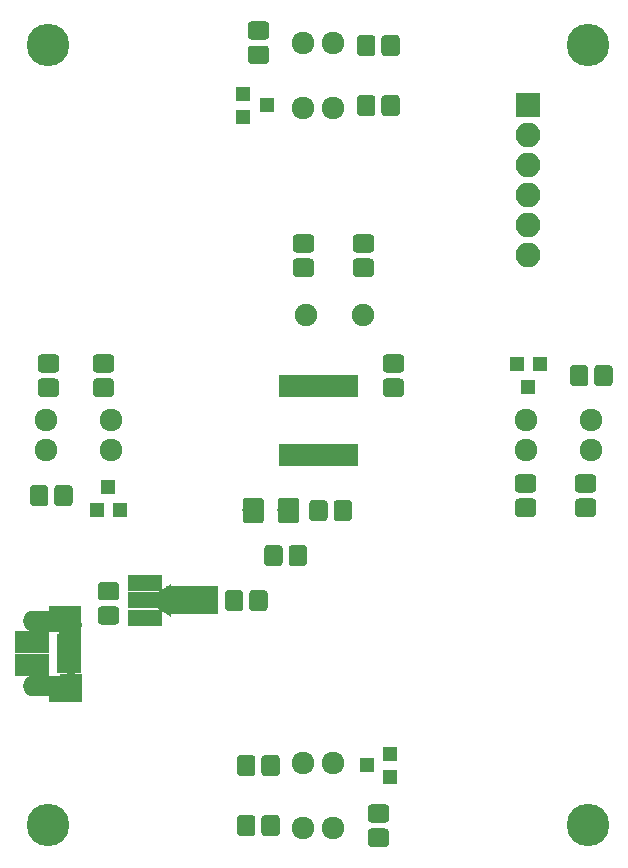
<source format=gbr>
G04 #@! TF.GenerationSoftware,KiCad,Pcbnew,5.0.0-fee4fd1~66~ubuntu16.04.1*
G04 #@! TF.CreationDate,2018-10-30T04:03:00-04:00*
G04 #@! TF.ProjectId,quadrant,7175616472616E742E6B696361645F70,rev?*
G04 #@! TF.SameCoordinates,Original*
G04 #@! TF.FileFunction,Soldermask,Top*
G04 #@! TF.FilePolarity,Negative*
%FSLAX46Y46*%
G04 Gerber Fmt 4.6, Leading zero omitted, Abs format (unit mm)*
G04 Created by KiCad (PCBNEW 5.0.0-fee4fd1~66~ubuntu16.04.1) date Tue Oct 30 04:03:00 2018*
%MOMM*%
%LPD*%
G01*
G04 APERTURE LIST*
%ADD10C,0.100000*%
%ADD11C,1.550000*%
%ADD12C,1.150000*%
%ADD13R,4.400000X2.400000*%
%ADD14R,2.900000X1.400000*%
%ADD15C,1.924000*%
%ADD16O,2.100000X2.100000*%
%ADD17R,2.100000X2.100000*%
%ADD18R,2.900000X1.830000*%
%ADD19O,2.100000X1.750000*%
%ADD20O,1.900000X1.500000*%
%ADD21R,2.050000X0.800000*%
%ADD22R,1.900000X2.400000*%
%ADD23R,1.100000X2.225000*%
%ADD24R,2.400000X1.750000*%
%ADD25R,0.850000X1.850000*%
%ADD26C,1.825000*%
%ADD27R,1.300000X1.200000*%
%ADD28R,1.200000X1.300000*%
%ADD29C,1.900000*%
%ADD30C,3.600000*%
G04 APERTURE END LIST*
D10*
G04 #@! TO.C,C4*
G36*
X131406071Y-121146623D02*
X131438781Y-121151475D01*
X131470857Y-121159509D01*
X131501991Y-121170649D01*
X131531884Y-121184787D01*
X131560247Y-121201787D01*
X131586807Y-121221485D01*
X131611308Y-121243692D01*
X131633515Y-121268193D01*
X131653213Y-121294753D01*
X131670213Y-121323116D01*
X131684351Y-121353009D01*
X131695491Y-121384143D01*
X131703525Y-121416219D01*
X131708377Y-121448929D01*
X131710000Y-121481956D01*
X131710000Y-122358044D01*
X131708377Y-122391071D01*
X131703525Y-122423781D01*
X131695491Y-122455857D01*
X131684351Y-122486991D01*
X131670213Y-122516884D01*
X131653213Y-122545247D01*
X131633515Y-122571807D01*
X131611308Y-122596308D01*
X131586807Y-122618515D01*
X131560247Y-122638213D01*
X131531884Y-122655213D01*
X131501991Y-122669351D01*
X131470857Y-122680491D01*
X131438781Y-122688525D01*
X131406071Y-122693377D01*
X131373044Y-122695000D01*
X130246956Y-122695000D01*
X130213929Y-122693377D01*
X130181219Y-122688525D01*
X130149143Y-122680491D01*
X130118009Y-122669351D01*
X130088116Y-122655213D01*
X130059753Y-122638213D01*
X130033193Y-122618515D01*
X130008692Y-122596308D01*
X129986485Y-122571807D01*
X129966787Y-122545247D01*
X129949787Y-122516884D01*
X129935649Y-122486991D01*
X129924509Y-122455857D01*
X129916475Y-122423781D01*
X129911623Y-122391071D01*
X129910000Y-122358044D01*
X129910000Y-121481956D01*
X129911623Y-121448929D01*
X129916475Y-121416219D01*
X129924509Y-121384143D01*
X129935649Y-121353009D01*
X129949787Y-121323116D01*
X129966787Y-121294753D01*
X129986485Y-121268193D01*
X130008692Y-121243692D01*
X130033193Y-121221485D01*
X130059753Y-121201787D01*
X130088116Y-121184787D01*
X130118009Y-121170649D01*
X130149143Y-121159509D01*
X130181219Y-121151475D01*
X130213929Y-121146623D01*
X130246956Y-121145000D01*
X131373044Y-121145000D01*
X131406071Y-121146623D01*
X131406071Y-121146623D01*
G37*
D11*
X130810000Y-121920000D03*
D10*
G36*
X131406071Y-119096623D02*
X131438781Y-119101475D01*
X131470857Y-119109509D01*
X131501991Y-119120649D01*
X131531884Y-119134787D01*
X131560247Y-119151787D01*
X131586807Y-119171485D01*
X131611308Y-119193692D01*
X131633515Y-119218193D01*
X131653213Y-119244753D01*
X131670213Y-119273116D01*
X131684351Y-119303009D01*
X131695491Y-119334143D01*
X131703525Y-119366219D01*
X131708377Y-119398929D01*
X131710000Y-119431956D01*
X131710000Y-120308044D01*
X131708377Y-120341071D01*
X131703525Y-120373781D01*
X131695491Y-120405857D01*
X131684351Y-120436991D01*
X131670213Y-120466884D01*
X131653213Y-120495247D01*
X131633515Y-120521807D01*
X131611308Y-120546308D01*
X131586807Y-120568515D01*
X131560247Y-120588213D01*
X131531884Y-120605213D01*
X131501991Y-120619351D01*
X131470857Y-120630491D01*
X131438781Y-120638525D01*
X131406071Y-120643377D01*
X131373044Y-120645000D01*
X130246956Y-120645000D01*
X130213929Y-120643377D01*
X130181219Y-120638525D01*
X130149143Y-120630491D01*
X130118009Y-120619351D01*
X130088116Y-120605213D01*
X130059753Y-120588213D01*
X130033193Y-120568515D01*
X130008692Y-120546308D01*
X129986485Y-120521807D01*
X129966787Y-120495247D01*
X129949787Y-120466884D01*
X129935649Y-120436991D01*
X129924509Y-120405857D01*
X129916475Y-120373781D01*
X129911623Y-120341071D01*
X129910000Y-120308044D01*
X129910000Y-119431956D01*
X129911623Y-119398929D01*
X129916475Y-119366219D01*
X129924509Y-119334143D01*
X129935649Y-119303009D01*
X129949787Y-119273116D01*
X129966787Y-119244753D01*
X129986485Y-119218193D01*
X130008692Y-119193692D01*
X130033193Y-119171485D01*
X130059753Y-119151787D01*
X130088116Y-119134787D01*
X130118009Y-119120649D01*
X130149143Y-119109509D01*
X130181219Y-119101475D01*
X130213929Y-119096623D01*
X130246956Y-119095000D01*
X131373044Y-119095000D01*
X131406071Y-119096623D01*
X131406071Y-119096623D01*
G37*
D11*
X130810000Y-119870000D03*
G04 #@! TD*
D10*
G04 #@! TO.C,C5*
G36*
X143981071Y-119751623D02*
X144013781Y-119756475D01*
X144045857Y-119764509D01*
X144076991Y-119775649D01*
X144106884Y-119789787D01*
X144135247Y-119806787D01*
X144161807Y-119826485D01*
X144186308Y-119848692D01*
X144208515Y-119873193D01*
X144228213Y-119899753D01*
X144245213Y-119928116D01*
X144259351Y-119958009D01*
X144270491Y-119989143D01*
X144278525Y-120021219D01*
X144283377Y-120053929D01*
X144285000Y-120086956D01*
X144285000Y-121213044D01*
X144283377Y-121246071D01*
X144278525Y-121278781D01*
X144270491Y-121310857D01*
X144259351Y-121341991D01*
X144245213Y-121371884D01*
X144228213Y-121400247D01*
X144208515Y-121426807D01*
X144186308Y-121451308D01*
X144161807Y-121473515D01*
X144135247Y-121493213D01*
X144106884Y-121510213D01*
X144076991Y-121524351D01*
X144045857Y-121535491D01*
X144013781Y-121543525D01*
X143981071Y-121548377D01*
X143948044Y-121550000D01*
X143071956Y-121550000D01*
X143038929Y-121548377D01*
X143006219Y-121543525D01*
X142974143Y-121535491D01*
X142943009Y-121524351D01*
X142913116Y-121510213D01*
X142884753Y-121493213D01*
X142858193Y-121473515D01*
X142833692Y-121451308D01*
X142811485Y-121426807D01*
X142791787Y-121400247D01*
X142774787Y-121371884D01*
X142760649Y-121341991D01*
X142749509Y-121310857D01*
X142741475Y-121278781D01*
X142736623Y-121246071D01*
X142735000Y-121213044D01*
X142735000Y-120086956D01*
X142736623Y-120053929D01*
X142741475Y-120021219D01*
X142749509Y-119989143D01*
X142760649Y-119958009D01*
X142774787Y-119928116D01*
X142791787Y-119899753D01*
X142811485Y-119873193D01*
X142833692Y-119848692D01*
X142858193Y-119826485D01*
X142884753Y-119806787D01*
X142913116Y-119789787D01*
X142943009Y-119775649D01*
X142974143Y-119764509D01*
X143006219Y-119756475D01*
X143038929Y-119751623D01*
X143071956Y-119750000D01*
X143948044Y-119750000D01*
X143981071Y-119751623D01*
X143981071Y-119751623D01*
G37*
D11*
X143510000Y-120650000D03*
D10*
G36*
X141931071Y-119751623D02*
X141963781Y-119756475D01*
X141995857Y-119764509D01*
X142026991Y-119775649D01*
X142056884Y-119789787D01*
X142085247Y-119806787D01*
X142111807Y-119826485D01*
X142136308Y-119848692D01*
X142158515Y-119873193D01*
X142178213Y-119899753D01*
X142195213Y-119928116D01*
X142209351Y-119958009D01*
X142220491Y-119989143D01*
X142228525Y-120021219D01*
X142233377Y-120053929D01*
X142235000Y-120086956D01*
X142235000Y-121213044D01*
X142233377Y-121246071D01*
X142228525Y-121278781D01*
X142220491Y-121310857D01*
X142209351Y-121341991D01*
X142195213Y-121371884D01*
X142178213Y-121400247D01*
X142158515Y-121426807D01*
X142136308Y-121451308D01*
X142111807Y-121473515D01*
X142085247Y-121493213D01*
X142056884Y-121510213D01*
X142026991Y-121524351D01*
X141995857Y-121535491D01*
X141963781Y-121543525D01*
X141931071Y-121548377D01*
X141898044Y-121550000D01*
X141021956Y-121550000D01*
X140988929Y-121548377D01*
X140956219Y-121543525D01*
X140924143Y-121535491D01*
X140893009Y-121524351D01*
X140863116Y-121510213D01*
X140834753Y-121493213D01*
X140808193Y-121473515D01*
X140783692Y-121451308D01*
X140761485Y-121426807D01*
X140741787Y-121400247D01*
X140724787Y-121371884D01*
X140710649Y-121341991D01*
X140699509Y-121310857D01*
X140691475Y-121278781D01*
X140686623Y-121246071D01*
X140685000Y-121213044D01*
X140685000Y-120086956D01*
X140686623Y-120053929D01*
X140691475Y-120021219D01*
X140699509Y-119989143D01*
X140710649Y-119958009D01*
X140724787Y-119928116D01*
X140741787Y-119899753D01*
X140761485Y-119873193D01*
X140783692Y-119848692D01*
X140808193Y-119826485D01*
X140834753Y-119806787D01*
X140863116Y-119789787D01*
X140893009Y-119775649D01*
X140924143Y-119764509D01*
X140956219Y-119756475D01*
X140988929Y-119751623D01*
X141021956Y-119750000D01*
X141898044Y-119750000D01*
X141931071Y-119751623D01*
X141931071Y-119751623D01*
G37*
D11*
X141460000Y-120650000D03*
G04 #@! TD*
D12*
G04 #@! TO.C,U2*
X135520000Y-120650000D03*
D10*
G36*
X136095000Y-122023703D02*
X134945000Y-121257037D01*
X134945000Y-120042963D01*
X136095000Y-119276297D01*
X136095000Y-122023703D01*
X136095000Y-122023703D01*
G37*
D13*
X137870000Y-120650000D03*
D14*
X133910000Y-122150000D03*
X133910000Y-120650000D03*
X133910000Y-119150000D03*
G04 #@! TD*
D15*
G04 #@! TO.C,D1*
X147320000Y-78950000D03*
X147320000Y-73450000D03*
X149860000Y-78950000D03*
X149860000Y-73450000D03*
G04 #@! TD*
G04 #@! TO.C,D2*
X166160000Y-105410000D03*
X171660000Y-105410000D03*
X166160000Y-107950000D03*
X171660000Y-107950000D03*
G04 #@! TD*
G04 #@! TO.C,D3*
X149860000Y-134410000D03*
X149860000Y-139910000D03*
X147320000Y-134410000D03*
X147320000Y-139910000D03*
G04 #@! TD*
G04 #@! TO.C,D4*
X131020000Y-107950000D03*
X125520000Y-107950000D03*
X131020000Y-105410000D03*
X125520000Y-105410000D03*
G04 #@! TD*
D16*
G04 #@! TO.C,J1*
X166370000Y-91440000D03*
X166370000Y-88900000D03*
X166370000Y-86360000D03*
X166370000Y-83820000D03*
X166370000Y-81280000D03*
D17*
X166370000Y-78740000D03*
G04 #@! TD*
D18*
G04 #@! TO.C,J2*
X124345000Y-126111000D03*
X124345000Y-124191000D03*
D19*
X124615000Y-127881000D03*
X124615000Y-122421000D03*
D20*
X127615000Y-127571000D03*
X127615000Y-122731000D03*
D21*
X127495000Y-126451000D03*
X127495000Y-125801000D03*
X127495000Y-125151000D03*
X127495000Y-124501000D03*
X127495000Y-123851000D03*
D22*
X127615000Y-128051000D03*
X127595000Y-122301000D03*
D23*
X126295000Y-128151000D03*
X126295000Y-122201000D03*
D24*
X125545000Y-122421000D03*
X125545000Y-127901000D03*
G04 #@! TD*
D25*
G04 #@! TO.C,U1*
X151515000Y-108360000D03*
X150865000Y-108360000D03*
X150215000Y-108360000D03*
X149565000Y-108360000D03*
X148915000Y-108360000D03*
X148265000Y-108360000D03*
X147615000Y-108360000D03*
X146965000Y-108360000D03*
X146315000Y-108360000D03*
X145665000Y-108360000D03*
X145665000Y-102460000D03*
X146315000Y-102460000D03*
X146965000Y-102460000D03*
X147615000Y-102460000D03*
X148265000Y-102460000D03*
X148915000Y-102460000D03*
X149565000Y-102460000D03*
X150215000Y-102460000D03*
X150865000Y-102460000D03*
X151515000Y-102460000D03*
G04 #@! TD*
D10*
G04 #@! TO.C,C1*
G36*
X151111071Y-112131623D02*
X151143781Y-112136475D01*
X151175857Y-112144509D01*
X151206991Y-112155649D01*
X151236884Y-112169787D01*
X151265247Y-112186787D01*
X151291807Y-112206485D01*
X151316308Y-112228692D01*
X151338515Y-112253193D01*
X151358213Y-112279753D01*
X151375213Y-112308116D01*
X151389351Y-112338009D01*
X151400491Y-112369143D01*
X151408525Y-112401219D01*
X151413377Y-112433929D01*
X151415000Y-112466956D01*
X151415000Y-113593044D01*
X151413377Y-113626071D01*
X151408525Y-113658781D01*
X151400491Y-113690857D01*
X151389351Y-113721991D01*
X151375213Y-113751884D01*
X151358213Y-113780247D01*
X151338515Y-113806807D01*
X151316308Y-113831308D01*
X151291807Y-113853515D01*
X151265247Y-113873213D01*
X151236884Y-113890213D01*
X151206991Y-113904351D01*
X151175857Y-113915491D01*
X151143781Y-113923525D01*
X151111071Y-113928377D01*
X151078044Y-113930000D01*
X150201956Y-113930000D01*
X150168929Y-113928377D01*
X150136219Y-113923525D01*
X150104143Y-113915491D01*
X150073009Y-113904351D01*
X150043116Y-113890213D01*
X150014753Y-113873213D01*
X149988193Y-113853515D01*
X149963692Y-113831308D01*
X149941485Y-113806807D01*
X149921787Y-113780247D01*
X149904787Y-113751884D01*
X149890649Y-113721991D01*
X149879509Y-113690857D01*
X149871475Y-113658781D01*
X149866623Y-113626071D01*
X149865000Y-113593044D01*
X149865000Y-112466956D01*
X149866623Y-112433929D01*
X149871475Y-112401219D01*
X149879509Y-112369143D01*
X149890649Y-112338009D01*
X149904787Y-112308116D01*
X149921787Y-112279753D01*
X149941485Y-112253193D01*
X149963692Y-112228692D01*
X149988193Y-112206485D01*
X150014753Y-112186787D01*
X150043116Y-112169787D01*
X150073009Y-112155649D01*
X150104143Y-112144509D01*
X150136219Y-112136475D01*
X150168929Y-112131623D01*
X150201956Y-112130000D01*
X151078044Y-112130000D01*
X151111071Y-112131623D01*
X151111071Y-112131623D01*
G37*
D11*
X150640000Y-113030000D03*
D10*
G36*
X149061071Y-112131623D02*
X149093781Y-112136475D01*
X149125857Y-112144509D01*
X149156991Y-112155649D01*
X149186884Y-112169787D01*
X149215247Y-112186787D01*
X149241807Y-112206485D01*
X149266308Y-112228692D01*
X149288515Y-112253193D01*
X149308213Y-112279753D01*
X149325213Y-112308116D01*
X149339351Y-112338009D01*
X149350491Y-112369143D01*
X149358525Y-112401219D01*
X149363377Y-112433929D01*
X149365000Y-112466956D01*
X149365000Y-113593044D01*
X149363377Y-113626071D01*
X149358525Y-113658781D01*
X149350491Y-113690857D01*
X149339351Y-113721991D01*
X149325213Y-113751884D01*
X149308213Y-113780247D01*
X149288515Y-113806807D01*
X149266308Y-113831308D01*
X149241807Y-113853515D01*
X149215247Y-113873213D01*
X149186884Y-113890213D01*
X149156991Y-113904351D01*
X149125857Y-113915491D01*
X149093781Y-113923525D01*
X149061071Y-113928377D01*
X149028044Y-113930000D01*
X148151956Y-113930000D01*
X148118929Y-113928377D01*
X148086219Y-113923525D01*
X148054143Y-113915491D01*
X148023009Y-113904351D01*
X147993116Y-113890213D01*
X147964753Y-113873213D01*
X147938193Y-113853515D01*
X147913692Y-113831308D01*
X147891485Y-113806807D01*
X147871787Y-113780247D01*
X147854787Y-113751884D01*
X147840649Y-113721991D01*
X147829509Y-113690857D01*
X147821475Y-113658781D01*
X147816623Y-113626071D01*
X147815000Y-113593044D01*
X147815000Y-112466956D01*
X147816623Y-112433929D01*
X147821475Y-112401219D01*
X147829509Y-112369143D01*
X147840649Y-112338009D01*
X147854787Y-112308116D01*
X147871787Y-112279753D01*
X147891485Y-112253193D01*
X147913692Y-112228692D01*
X147938193Y-112206485D01*
X147964753Y-112186787D01*
X147993116Y-112169787D01*
X148023009Y-112155649D01*
X148054143Y-112144509D01*
X148086219Y-112136475D01*
X148118929Y-112131623D01*
X148151956Y-112130000D01*
X149028044Y-112130000D01*
X149061071Y-112131623D01*
X149061071Y-112131623D01*
G37*
D11*
X148590000Y-113030000D03*
G04 #@! TD*
D10*
G04 #@! TO.C,C2*
G36*
X152996071Y-89641623D02*
X153028781Y-89646475D01*
X153060857Y-89654509D01*
X153091991Y-89665649D01*
X153121884Y-89679787D01*
X153150247Y-89696787D01*
X153176807Y-89716485D01*
X153201308Y-89738692D01*
X153223515Y-89763193D01*
X153243213Y-89789753D01*
X153260213Y-89818116D01*
X153274351Y-89848009D01*
X153285491Y-89879143D01*
X153293525Y-89911219D01*
X153298377Y-89943929D01*
X153300000Y-89976956D01*
X153300000Y-90853044D01*
X153298377Y-90886071D01*
X153293525Y-90918781D01*
X153285491Y-90950857D01*
X153274351Y-90981991D01*
X153260213Y-91011884D01*
X153243213Y-91040247D01*
X153223515Y-91066807D01*
X153201308Y-91091308D01*
X153176807Y-91113515D01*
X153150247Y-91133213D01*
X153121884Y-91150213D01*
X153091991Y-91164351D01*
X153060857Y-91175491D01*
X153028781Y-91183525D01*
X152996071Y-91188377D01*
X152963044Y-91190000D01*
X151836956Y-91190000D01*
X151803929Y-91188377D01*
X151771219Y-91183525D01*
X151739143Y-91175491D01*
X151708009Y-91164351D01*
X151678116Y-91150213D01*
X151649753Y-91133213D01*
X151623193Y-91113515D01*
X151598692Y-91091308D01*
X151576485Y-91066807D01*
X151556787Y-91040247D01*
X151539787Y-91011884D01*
X151525649Y-90981991D01*
X151514509Y-90950857D01*
X151506475Y-90918781D01*
X151501623Y-90886071D01*
X151500000Y-90853044D01*
X151500000Y-89976956D01*
X151501623Y-89943929D01*
X151506475Y-89911219D01*
X151514509Y-89879143D01*
X151525649Y-89848009D01*
X151539787Y-89818116D01*
X151556787Y-89789753D01*
X151576485Y-89763193D01*
X151598692Y-89738692D01*
X151623193Y-89716485D01*
X151649753Y-89696787D01*
X151678116Y-89679787D01*
X151708009Y-89665649D01*
X151739143Y-89654509D01*
X151771219Y-89646475D01*
X151803929Y-89641623D01*
X151836956Y-89640000D01*
X152963044Y-89640000D01*
X152996071Y-89641623D01*
X152996071Y-89641623D01*
G37*
D11*
X152400000Y-90415000D03*
D10*
G36*
X152996071Y-91691623D02*
X153028781Y-91696475D01*
X153060857Y-91704509D01*
X153091991Y-91715649D01*
X153121884Y-91729787D01*
X153150247Y-91746787D01*
X153176807Y-91766485D01*
X153201308Y-91788692D01*
X153223515Y-91813193D01*
X153243213Y-91839753D01*
X153260213Y-91868116D01*
X153274351Y-91898009D01*
X153285491Y-91929143D01*
X153293525Y-91961219D01*
X153298377Y-91993929D01*
X153300000Y-92026956D01*
X153300000Y-92903044D01*
X153298377Y-92936071D01*
X153293525Y-92968781D01*
X153285491Y-93000857D01*
X153274351Y-93031991D01*
X153260213Y-93061884D01*
X153243213Y-93090247D01*
X153223515Y-93116807D01*
X153201308Y-93141308D01*
X153176807Y-93163515D01*
X153150247Y-93183213D01*
X153121884Y-93200213D01*
X153091991Y-93214351D01*
X153060857Y-93225491D01*
X153028781Y-93233525D01*
X152996071Y-93238377D01*
X152963044Y-93240000D01*
X151836956Y-93240000D01*
X151803929Y-93238377D01*
X151771219Y-93233525D01*
X151739143Y-93225491D01*
X151708009Y-93214351D01*
X151678116Y-93200213D01*
X151649753Y-93183213D01*
X151623193Y-93163515D01*
X151598692Y-93141308D01*
X151576485Y-93116807D01*
X151556787Y-93090247D01*
X151539787Y-93061884D01*
X151525649Y-93031991D01*
X151514509Y-93000857D01*
X151506475Y-92968781D01*
X151501623Y-92936071D01*
X151500000Y-92903044D01*
X151500000Y-92026956D01*
X151501623Y-91993929D01*
X151506475Y-91961219D01*
X151514509Y-91929143D01*
X151525649Y-91898009D01*
X151539787Y-91868116D01*
X151556787Y-91839753D01*
X151576485Y-91813193D01*
X151598692Y-91788692D01*
X151623193Y-91766485D01*
X151649753Y-91746787D01*
X151678116Y-91729787D01*
X151708009Y-91715649D01*
X151739143Y-91704509D01*
X151771219Y-91696475D01*
X151803929Y-91691623D01*
X151836956Y-91690000D01*
X152963044Y-91690000D01*
X152996071Y-91691623D01*
X152996071Y-91691623D01*
G37*
D11*
X152400000Y-92465000D03*
G04 #@! TD*
D10*
G04 #@! TO.C,C3*
G36*
X147916071Y-91691623D02*
X147948781Y-91696475D01*
X147980857Y-91704509D01*
X148011991Y-91715649D01*
X148041884Y-91729787D01*
X148070247Y-91746787D01*
X148096807Y-91766485D01*
X148121308Y-91788692D01*
X148143515Y-91813193D01*
X148163213Y-91839753D01*
X148180213Y-91868116D01*
X148194351Y-91898009D01*
X148205491Y-91929143D01*
X148213525Y-91961219D01*
X148218377Y-91993929D01*
X148220000Y-92026956D01*
X148220000Y-92903044D01*
X148218377Y-92936071D01*
X148213525Y-92968781D01*
X148205491Y-93000857D01*
X148194351Y-93031991D01*
X148180213Y-93061884D01*
X148163213Y-93090247D01*
X148143515Y-93116807D01*
X148121308Y-93141308D01*
X148096807Y-93163515D01*
X148070247Y-93183213D01*
X148041884Y-93200213D01*
X148011991Y-93214351D01*
X147980857Y-93225491D01*
X147948781Y-93233525D01*
X147916071Y-93238377D01*
X147883044Y-93240000D01*
X146756956Y-93240000D01*
X146723929Y-93238377D01*
X146691219Y-93233525D01*
X146659143Y-93225491D01*
X146628009Y-93214351D01*
X146598116Y-93200213D01*
X146569753Y-93183213D01*
X146543193Y-93163515D01*
X146518692Y-93141308D01*
X146496485Y-93116807D01*
X146476787Y-93090247D01*
X146459787Y-93061884D01*
X146445649Y-93031991D01*
X146434509Y-93000857D01*
X146426475Y-92968781D01*
X146421623Y-92936071D01*
X146420000Y-92903044D01*
X146420000Y-92026956D01*
X146421623Y-91993929D01*
X146426475Y-91961219D01*
X146434509Y-91929143D01*
X146445649Y-91898009D01*
X146459787Y-91868116D01*
X146476787Y-91839753D01*
X146496485Y-91813193D01*
X146518692Y-91788692D01*
X146543193Y-91766485D01*
X146569753Y-91746787D01*
X146598116Y-91729787D01*
X146628009Y-91715649D01*
X146659143Y-91704509D01*
X146691219Y-91696475D01*
X146723929Y-91691623D01*
X146756956Y-91690000D01*
X147883044Y-91690000D01*
X147916071Y-91691623D01*
X147916071Y-91691623D01*
G37*
D11*
X147320000Y-92465000D03*
D10*
G36*
X147916071Y-89641623D02*
X147948781Y-89646475D01*
X147980857Y-89654509D01*
X148011991Y-89665649D01*
X148041884Y-89679787D01*
X148070247Y-89696787D01*
X148096807Y-89716485D01*
X148121308Y-89738692D01*
X148143515Y-89763193D01*
X148163213Y-89789753D01*
X148180213Y-89818116D01*
X148194351Y-89848009D01*
X148205491Y-89879143D01*
X148213525Y-89911219D01*
X148218377Y-89943929D01*
X148220000Y-89976956D01*
X148220000Y-90853044D01*
X148218377Y-90886071D01*
X148213525Y-90918781D01*
X148205491Y-90950857D01*
X148194351Y-90981991D01*
X148180213Y-91011884D01*
X148163213Y-91040247D01*
X148143515Y-91066807D01*
X148121308Y-91091308D01*
X148096807Y-91113515D01*
X148070247Y-91133213D01*
X148041884Y-91150213D01*
X148011991Y-91164351D01*
X147980857Y-91175491D01*
X147948781Y-91183525D01*
X147916071Y-91188377D01*
X147883044Y-91190000D01*
X146756956Y-91190000D01*
X146723929Y-91188377D01*
X146691219Y-91183525D01*
X146659143Y-91175491D01*
X146628009Y-91164351D01*
X146598116Y-91150213D01*
X146569753Y-91133213D01*
X146543193Y-91113515D01*
X146518692Y-91091308D01*
X146496485Y-91066807D01*
X146476787Y-91040247D01*
X146459787Y-91011884D01*
X146445649Y-90981991D01*
X146434509Y-90950857D01*
X146426475Y-90918781D01*
X146421623Y-90886071D01*
X146420000Y-90853044D01*
X146420000Y-89976956D01*
X146421623Y-89943929D01*
X146426475Y-89911219D01*
X146434509Y-89879143D01*
X146445649Y-89848009D01*
X146459787Y-89818116D01*
X146476787Y-89789753D01*
X146496485Y-89763193D01*
X146518692Y-89738692D01*
X146543193Y-89716485D01*
X146569753Y-89696787D01*
X146598116Y-89679787D01*
X146628009Y-89665649D01*
X146659143Y-89654509D01*
X146691219Y-89646475D01*
X146723929Y-89641623D01*
X146756956Y-89640000D01*
X147883044Y-89640000D01*
X147916071Y-89641623D01*
X147916071Y-89641623D01*
G37*
D11*
X147320000Y-90415000D03*
G04 #@! TD*
D10*
G04 #@! TO.C,D5*
G36*
X143698707Y-111956542D02*
X143729787Y-111961152D01*
X143760266Y-111968787D01*
X143789850Y-111979372D01*
X143818254Y-111992806D01*
X143845204Y-112008959D01*
X143870442Y-112027677D01*
X143893723Y-112048777D01*
X143914823Y-112072058D01*
X143933541Y-112097296D01*
X143949694Y-112124246D01*
X143963128Y-112152650D01*
X143973713Y-112182234D01*
X143981348Y-112212713D01*
X143985958Y-112243793D01*
X143987500Y-112275176D01*
X143987500Y-113784824D01*
X143985958Y-113816207D01*
X143981348Y-113847287D01*
X143973713Y-113877766D01*
X143963128Y-113907350D01*
X143949694Y-113935754D01*
X143933541Y-113962704D01*
X143914823Y-113987942D01*
X143893723Y-114011223D01*
X143870442Y-114032323D01*
X143845204Y-114051041D01*
X143818254Y-114067194D01*
X143789850Y-114080628D01*
X143760266Y-114091213D01*
X143729787Y-114098848D01*
X143698707Y-114103458D01*
X143667324Y-114105000D01*
X142482676Y-114105000D01*
X142451293Y-114103458D01*
X142420213Y-114098848D01*
X142389734Y-114091213D01*
X142360150Y-114080628D01*
X142331746Y-114067194D01*
X142304796Y-114051041D01*
X142279558Y-114032323D01*
X142256277Y-114011223D01*
X142235177Y-113987942D01*
X142216459Y-113962704D01*
X142200306Y-113935754D01*
X142186872Y-113907350D01*
X142176287Y-113877766D01*
X142168652Y-113847287D01*
X142164042Y-113816207D01*
X142162500Y-113784824D01*
X142162500Y-112275176D01*
X142164042Y-112243793D01*
X142168652Y-112212713D01*
X142176287Y-112182234D01*
X142186872Y-112152650D01*
X142200306Y-112124246D01*
X142216459Y-112097296D01*
X142235177Y-112072058D01*
X142256277Y-112048777D01*
X142279558Y-112027677D01*
X142304796Y-112008959D01*
X142331746Y-111992806D01*
X142360150Y-111979372D01*
X142389734Y-111968787D01*
X142420213Y-111961152D01*
X142451293Y-111956542D01*
X142482676Y-111955000D01*
X143667324Y-111955000D01*
X143698707Y-111956542D01*
X143698707Y-111956542D01*
G37*
D26*
X143075000Y-113030000D03*
D10*
G36*
X146673707Y-111956542D02*
X146704787Y-111961152D01*
X146735266Y-111968787D01*
X146764850Y-111979372D01*
X146793254Y-111992806D01*
X146820204Y-112008959D01*
X146845442Y-112027677D01*
X146868723Y-112048777D01*
X146889823Y-112072058D01*
X146908541Y-112097296D01*
X146924694Y-112124246D01*
X146938128Y-112152650D01*
X146948713Y-112182234D01*
X146956348Y-112212713D01*
X146960958Y-112243793D01*
X146962500Y-112275176D01*
X146962500Y-113784824D01*
X146960958Y-113816207D01*
X146956348Y-113847287D01*
X146948713Y-113877766D01*
X146938128Y-113907350D01*
X146924694Y-113935754D01*
X146908541Y-113962704D01*
X146889823Y-113987942D01*
X146868723Y-114011223D01*
X146845442Y-114032323D01*
X146820204Y-114051041D01*
X146793254Y-114067194D01*
X146764850Y-114080628D01*
X146735266Y-114091213D01*
X146704787Y-114098848D01*
X146673707Y-114103458D01*
X146642324Y-114105000D01*
X145457676Y-114105000D01*
X145426293Y-114103458D01*
X145395213Y-114098848D01*
X145364734Y-114091213D01*
X145335150Y-114080628D01*
X145306746Y-114067194D01*
X145279796Y-114051041D01*
X145254558Y-114032323D01*
X145231277Y-114011223D01*
X145210177Y-113987942D01*
X145191459Y-113962704D01*
X145175306Y-113935754D01*
X145161872Y-113907350D01*
X145151287Y-113877766D01*
X145143652Y-113847287D01*
X145139042Y-113816207D01*
X145137500Y-113784824D01*
X145137500Y-112275176D01*
X145139042Y-112243793D01*
X145143652Y-112212713D01*
X145151287Y-112182234D01*
X145161872Y-112152650D01*
X145175306Y-112124246D01*
X145191459Y-112097296D01*
X145210177Y-112072058D01*
X145231277Y-112048777D01*
X145254558Y-112027677D01*
X145279796Y-112008959D01*
X145306746Y-111992806D01*
X145335150Y-111979372D01*
X145364734Y-111968787D01*
X145395213Y-111961152D01*
X145426293Y-111956542D01*
X145457676Y-111955000D01*
X146642324Y-111955000D01*
X146673707Y-111956542D01*
X146673707Y-111956542D01*
G37*
D26*
X146050000Y-113030000D03*
G04 #@! TD*
D27*
G04 #@! TO.C,Q1*
X142240000Y-77790000D03*
X142240000Y-79690000D03*
X144240000Y-78740000D03*
G04 #@! TD*
D28*
G04 #@! TO.C,Q2*
X167320000Y-100600000D03*
X165420000Y-100600000D03*
X166370000Y-102600000D03*
G04 #@! TD*
D27*
G04 #@! TO.C,Q3*
X152670000Y-134620000D03*
X154670000Y-133670000D03*
X154670000Y-135570000D03*
G04 #@! TD*
D28*
G04 #@! TO.C,Q4*
X130810000Y-111030000D03*
X131760000Y-113030000D03*
X129860000Y-113030000D03*
G04 #@! TD*
D10*
G04 #@! TO.C,R1*
G36*
X147301071Y-115941623D02*
X147333781Y-115946475D01*
X147365857Y-115954509D01*
X147396991Y-115965649D01*
X147426884Y-115979787D01*
X147455247Y-115996787D01*
X147481807Y-116016485D01*
X147506308Y-116038692D01*
X147528515Y-116063193D01*
X147548213Y-116089753D01*
X147565213Y-116118116D01*
X147579351Y-116148009D01*
X147590491Y-116179143D01*
X147598525Y-116211219D01*
X147603377Y-116243929D01*
X147605000Y-116276956D01*
X147605000Y-117403044D01*
X147603377Y-117436071D01*
X147598525Y-117468781D01*
X147590491Y-117500857D01*
X147579351Y-117531991D01*
X147565213Y-117561884D01*
X147548213Y-117590247D01*
X147528515Y-117616807D01*
X147506308Y-117641308D01*
X147481807Y-117663515D01*
X147455247Y-117683213D01*
X147426884Y-117700213D01*
X147396991Y-117714351D01*
X147365857Y-117725491D01*
X147333781Y-117733525D01*
X147301071Y-117738377D01*
X147268044Y-117740000D01*
X146391956Y-117740000D01*
X146358929Y-117738377D01*
X146326219Y-117733525D01*
X146294143Y-117725491D01*
X146263009Y-117714351D01*
X146233116Y-117700213D01*
X146204753Y-117683213D01*
X146178193Y-117663515D01*
X146153692Y-117641308D01*
X146131485Y-117616807D01*
X146111787Y-117590247D01*
X146094787Y-117561884D01*
X146080649Y-117531991D01*
X146069509Y-117500857D01*
X146061475Y-117468781D01*
X146056623Y-117436071D01*
X146055000Y-117403044D01*
X146055000Y-116276956D01*
X146056623Y-116243929D01*
X146061475Y-116211219D01*
X146069509Y-116179143D01*
X146080649Y-116148009D01*
X146094787Y-116118116D01*
X146111787Y-116089753D01*
X146131485Y-116063193D01*
X146153692Y-116038692D01*
X146178193Y-116016485D01*
X146204753Y-115996787D01*
X146233116Y-115979787D01*
X146263009Y-115965649D01*
X146294143Y-115954509D01*
X146326219Y-115946475D01*
X146358929Y-115941623D01*
X146391956Y-115940000D01*
X147268044Y-115940000D01*
X147301071Y-115941623D01*
X147301071Y-115941623D01*
G37*
D11*
X146830000Y-116840000D03*
D10*
G36*
X145251071Y-115941623D02*
X145283781Y-115946475D01*
X145315857Y-115954509D01*
X145346991Y-115965649D01*
X145376884Y-115979787D01*
X145405247Y-115996787D01*
X145431807Y-116016485D01*
X145456308Y-116038692D01*
X145478515Y-116063193D01*
X145498213Y-116089753D01*
X145515213Y-116118116D01*
X145529351Y-116148009D01*
X145540491Y-116179143D01*
X145548525Y-116211219D01*
X145553377Y-116243929D01*
X145555000Y-116276956D01*
X145555000Y-117403044D01*
X145553377Y-117436071D01*
X145548525Y-117468781D01*
X145540491Y-117500857D01*
X145529351Y-117531991D01*
X145515213Y-117561884D01*
X145498213Y-117590247D01*
X145478515Y-117616807D01*
X145456308Y-117641308D01*
X145431807Y-117663515D01*
X145405247Y-117683213D01*
X145376884Y-117700213D01*
X145346991Y-117714351D01*
X145315857Y-117725491D01*
X145283781Y-117733525D01*
X145251071Y-117738377D01*
X145218044Y-117740000D01*
X144341956Y-117740000D01*
X144308929Y-117738377D01*
X144276219Y-117733525D01*
X144244143Y-117725491D01*
X144213009Y-117714351D01*
X144183116Y-117700213D01*
X144154753Y-117683213D01*
X144128193Y-117663515D01*
X144103692Y-117641308D01*
X144081485Y-117616807D01*
X144061787Y-117590247D01*
X144044787Y-117561884D01*
X144030649Y-117531991D01*
X144019509Y-117500857D01*
X144011475Y-117468781D01*
X144006623Y-117436071D01*
X144005000Y-117403044D01*
X144005000Y-116276956D01*
X144006623Y-116243929D01*
X144011475Y-116211219D01*
X144019509Y-116179143D01*
X144030649Y-116148009D01*
X144044787Y-116118116D01*
X144061787Y-116089753D01*
X144081485Y-116063193D01*
X144103692Y-116038692D01*
X144128193Y-116016485D01*
X144154753Y-115996787D01*
X144183116Y-115979787D01*
X144213009Y-115965649D01*
X144244143Y-115954509D01*
X144276219Y-115946475D01*
X144308929Y-115941623D01*
X144341956Y-115940000D01*
X145218044Y-115940000D01*
X145251071Y-115941623D01*
X145251071Y-115941623D01*
G37*
D11*
X144780000Y-116840000D03*
G04 #@! TD*
D10*
G04 #@! TO.C,R2*
G36*
X126326071Y-101851623D02*
X126358781Y-101856475D01*
X126390857Y-101864509D01*
X126421991Y-101875649D01*
X126451884Y-101889787D01*
X126480247Y-101906787D01*
X126506807Y-101926485D01*
X126531308Y-101948692D01*
X126553515Y-101973193D01*
X126573213Y-101999753D01*
X126590213Y-102028116D01*
X126604351Y-102058009D01*
X126615491Y-102089143D01*
X126623525Y-102121219D01*
X126628377Y-102153929D01*
X126630000Y-102186956D01*
X126630000Y-103063044D01*
X126628377Y-103096071D01*
X126623525Y-103128781D01*
X126615491Y-103160857D01*
X126604351Y-103191991D01*
X126590213Y-103221884D01*
X126573213Y-103250247D01*
X126553515Y-103276807D01*
X126531308Y-103301308D01*
X126506807Y-103323515D01*
X126480247Y-103343213D01*
X126451884Y-103360213D01*
X126421991Y-103374351D01*
X126390857Y-103385491D01*
X126358781Y-103393525D01*
X126326071Y-103398377D01*
X126293044Y-103400000D01*
X125166956Y-103400000D01*
X125133929Y-103398377D01*
X125101219Y-103393525D01*
X125069143Y-103385491D01*
X125038009Y-103374351D01*
X125008116Y-103360213D01*
X124979753Y-103343213D01*
X124953193Y-103323515D01*
X124928692Y-103301308D01*
X124906485Y-103276807D01*
X124886787Y-103250247D01*
X124869787Y-103221884D01*
X124855649Y-103191991D01*
X124844509Y-103160857D01*
X124836475Y-103128781D01*
X124831623Y-103096071D01*
X124830000Y-103063044D01*
X124830000Y-102186956D01*
X124831623Y-102153929D01*
X124836475Y-102121219D01*
X124844509Y-102089143D01*
X124855649Y-102058009D01*
X124869787Y-102028116D01*
X124886787Y-101999753D01*
X124906485Y-101973193D01*
X124928692Y-101948692D01*
X124953193Y-101926485D01*
X124979753Y-101906787D01*
X125008116Y-101889787D01*
X125038009Y-101875649D01*
X125069143Y-101864509D01*
X125101219Y-101856475D01*
X125133929Y-101851623D01*
X125166956Y-101850000D01*
X126293044Y-101850000D01*
X126326071Y-101851623D01*
X126326071Y-101851623D01*
G37*
D11*
X125730000Y-102625000D03*
D10*
G36*
X126326071Y-99801623D02*
X126358781Y-99806475D01*
X126390857Y-99814509D01*
X126421991Y-99825649D01*
X126451884Y-99839787D01*
X126480247Y-99856787D01*
X126506807Y-99876485D01*
X126531308Y-99898692D01*
X126553515Y-99923193D01*
X126573213Y-99949753D01*
X126590213Y-99978116D01*
X126604351Y-100008009D01*
X126615491Y-100039143D01*
X126623525Y-100071219D01*
X126628377Y-100103929D01*
X126630000Y-100136956D01*
X126630000Y-101013044D01*
X126628377Y-101046071D01*
X126623525Y-101078781D01*
X126615491Y-101110857D01*
X126604351Y-101141991D01*
X126590213Y-101171884D01*
X126573213Y-101200247D01*
X126553515Y-101226807D01*
X126531308Y-101251308D01*
X126506807Y-101273515D01*
X126480247Y-101293213D01*
X126451884Y-101310213D01*
X126421991Y-101324351D01*
X126390857Y-101335491D01*
X126358781Y-101343525D01*
X126326071Y-101348377D01*
X126293044Y-101350000D01*
X125166956Y-101350000D01*
X125133929Y-101348377D01*
X125101219Y-101343525D01*
X125069143Y-101335491D01*
X125038009Y-101324351D01*
X125008116Y-101310213D01*
X124979753Y-101293213D01*
X124953193Y-101273515D01*
X124928692Y-101251308D01*
X124906485Y-101226807D01*
X124886787Y-101200247D01*
X124869787Y-101171884D01*
X124855649Y-101141991D01*
X124844509Y-101110857D01*
X124836475Y-101078781D01*
X124831623Y-101046071D01*
X124830000Y-101013044D01*
X124830000Y-100136956D01*
X124831623Y-100103929D01*
X124836475Y-100071219D01*
X124844509Y-100039143D01*
X124855649Y-100008009D01*
X124869787Y-99978116D01*
X124886787Y-99949753D01*
X124906485Y-99923193D01*
X124928692Y-99898692D01*
X124953193Y-99876485D01*
X124979753Y-99856787D01*
X125008116Y-99839787D01*
X125038009Y-99825649D01*
X125069143Y-99814509D01*
X125101219Y-99806475D01*
X125133929Y-99801623D01*
X125166956Y-99800000D01*
X126293044Y-99800000D01*
X126326071Y-99801623D01*
X126326071Y-99801623D01*
G37*
D11*
X125730000Y-100575000D03*
G04 #@! TD*
D10*
G04 #@! TO.C,R3*
G36*
X153116071Y-72761623D02*
X153148781Y-72766475D01*
X153180857Y-72774509D01*
X153211991Y-72785649D01*
X153241884Y-72799787D01*
X153270247Y-72816787D01*
X153296807Y-72836485D01*
X153321308Y-72858692D01*
X153343515Y-72883193D01*
X153363213Y-72909753D01*
X153380213Y-72938116D01*
X153394351Y-72968009D01*
X153405491Y-72999143D01*
X153413525Y-73031219D01*
X153418377Y-73063929D01*
X153420000Y-73096956D01*
X153420000Y-74223044D01*
X153418377Y-74256071D01*
X153413525Y-74288781D01*
X153405491Y-74320857D01*
X153394351Y-74351991D01*
X153380213Y-74381884D01*
X153363213Y-74410247D01*
X153343515Y-74436807D01*
X153321308Y-74461308D01*
X153296807Y-74483515D01*
X153270247Y-74503213D01*
X153241884Y-74520213D01*
X153211991Y-74534351D01*
X153180857Y-74545491D01*
X153148781Y-74553525D01*
X153116071Y-74558377D01*
X153083044Y-74560000D01*
X152206956Y-74560000D01*
X152173929Y-74558377D01*
X152141219Y-74553525D01*
X152109143Y-74545491D01*
X152078009Y-74534351D01*
X152048116Y-74520213D01*
X152019753Y-74503213D01*
X151993193Y-74483515D01*
X151968692Y-74461308D01*
X151946485Y-74436807D01*
X151926787Y-74410247D01*
X151909787Y-74381884D01*
X151895649Y-74351991D01*
X151884509Y-74320857D01*
X151876475Y-74288781D01*
X151871623Y-74256071D01*
X151870000Y-74223044D01*
X151870000Y-73096956D01*
X151871623Y-73063929D01*
X151876475Y-73031219D01*
X151884509Y-72999143D01*
X151895649Y-72968009D01*
X151909787Y-72938116D01*
X151926787Y-72909753D01*
X151946485Y-72883193D01*
X151968692Y-72858692D01*
X151993193Y-72836485D01*
X152019753Y-72816787D01*
X152048116Y-72799787D01*
X152078009Y-72785649D01*
X152109143Y-72774509D01*
X152141219Y-72766475D01*
X152173929Y-72761623D01*
X152206956Y-72760000D01*
X153083044Y-72760000D01*
X153116071Y-72761623D01*
X153116071Y-72761623D01*
G37*
D11*
X152645000Y-73660000D03*
D10*
G36*
X155166071Y-72761623D02*
X155198781Y-72766475D01*
X155230857Y-72774509D01*
X155261991Y-72785649D01*
X155291884Y-72799787D01*
X155320247Y-72816787D01*
X155346807Y-72836485D01*
X155371308Y-72858692D01*
X155393515Y-72883193D01*
X155413213Y-72909753D01*
X155430213Y-72938116D01*
X155444351Y-72968009D01*
X155455491Y-72999143D01*
X155463525Y-73031219D01*
X155468377Y-73063929D01*
X155470000Y-73096956D01*
X155470000Y-74223044D01*
X155468377Y-74256071D01*
X155463525Y-74288781D01*
X155455491Y-74320857D01*
X155444351Y-74351991D01*
X155430213Y-74381884D01*
X155413213Y-74410247D01*
X155393515Y-74436807D01*
X155371308Y-74461308D01*
X155346807Y-74483515D01*
X155320247Y-74503213D01*
X155291884Y-74520213D01*
X155261991Y-74534351D01*
X155230857Y-74545491D01*
X155198781Y-74553525D01*
X155166071Y-74558377D01*
X155133044Y-74560000D01*
X154256956Y-74560000D01*
X154223929Y-74558377D01*
X154191219Y-74553525D01*
X154159143Y-74545491D01*
X154128009Y-74534351D01*
X154098116Y-74520213D01*
X154069753Y-74503213D01*
X154043193Y-74483515D01*
X154018692Y-74461308D01*
X153996485Y-74436807D01*
X153976787Y-74410247D01*
X153959787Y-74381884D01*
X153945649Y-74351991D01*
X153934509Y-74320857D01*
X153926475Y-74288781D01*
X153921623Y-74256071D01*
X153920000Y-74223044D01*
X153920000Y-73096956D01*
X153921623Y-73063929D01*
X153926475Y-73031219D01*
X153934509Y-72999143D01*
X153945649Y-72968009D01*
X153959787Y-72938116D01*
X153976787Y-72909753D01*
X153996485Y-72883193D01*
X154018692Y-72858692D01*
X154043193Y-72836485D01*
X154069753Y-72816787D01*
X154098116Y-72799787D01*
X154128009Y-72785649D01*
X154159143Y-72774509D01*
X154191219Y-72766475D01*
X154223929Y-72761623D01*
X154256956Y-72760000D01*
X155133044Y-72760000D01*
X155166071Y-72761623D01*
X155166071Y-72761623D01*
G37*
D11*
X154695000Y-73660000D03*
G04 #@! TD*
D10*
G04 #@! TO.C,R4*
G36*
X155166071Y-77841623D02*
X155198781Y-77846475D01*
X155230857Y-77854509D01*
X155261991Y-77865649D01*
X155291884Y-77879787D01*
X155320247Y-77896787D01*
X155346807Y-77916485D01*
X155371308Y-77938692D01*
X155393515Y-77963193D01*
X155413213Y-77989753D01*
X155430213Y-78018116D01*
X155444351Y-78048009D01*
X155455491Y-78079143D01*
X155463525Y-78111219D01*
X155468377Y-78143929D01*
X155470000Y-78176956D01*
X155470000Y-79303044D01*
X155468377Y-79336071D01*
X155463525Y-79368781D01*
X155455491Y-79400857D01*
X155444351Y-79431991D01*
X155430213Y-79461884D01*
X155413213Y-79490247D01*
X155393515Y-79516807D01*
X155371308Y-79541308D01*
X155346807Y-79563515D01*
X155320247Y-79583213D01*
X155291884Y-79600213D01*
X155261991Y-79614351D01*
X155230857Y-79625491D01*
X155198781Y-79633525D01*
X155166071Y-79638377D01*
X155133044Y-79640000D01*
X154256956Y-79640000D01*
X154223929Y-79638377D01*
X154191219Y-79633525D01*
X154159143Y-79625491D01*
X154128009Y-79614351D01*
X154098116Y-79600213D01*
X154069753Y-79583213D01*
X154043193Y-79563515D01*
X154018692Y-79541308D01*
X153996485Y-79516807D01*
X153976787Y-79490247D01*
X153959787Y-79461884D01*
X153945649Y-79431991D01*
X153934509Y-79400857D01*
X153926475Y-79368781D01*
X153921623Y-79336071D01*
X153920000Y-79303044D01*
X153920000Y-78176956D01*
X153921623Y-78143929D01*
X153926475Y-78111219D01*
X153934509Y-78079143D01*
X153945649Y-78048009D01*
X153959787Y-78018116D01*
X153976787Y-77989753D01*
X153996485Y-77963193D01*
X154018692Y-77938692D01*
X154043193Y-77916485D01*
X154069753Y-77896787D01*
X154098116Y-77879787D01*
X154128009Y-77865649D01*
X154159143Y-77854509D01*
X154191219Y-77846475D01*
X154223929Y-77841623D01*
X154256956Y-77840000D01*
X155133044Y-77840000D01*
X155166071Y-77841623D01*
X155166071Y-77841623D01*
G37*
D11*
X154695000Y-78740000D03*
D10*
G36*
X153116071Y-77841623D02*
X153148781Y-77846475D01*
X153180857Y-77854509D01*
X153211991Y-77865649D01*
X153241884Y-77879787D01*
X153270247Y-77896787D01*
X153296807Y-77916485D01*
X153321308Y-77938692D01*
X153343515Y-77963193D01*
X153363213Y-77989753D01*
X153380213Y-78018116D01*
X153394351Y-78048009D01*
X153405491Y-78079143D01*
X153413525Y-78111219D01*
X153418377Y-78143929D01*
X153420000Y-78176956D01*
X153420000Y-79303044D01*
X153418377Y-79336071D01*
X153413525Y-79368781D01*
X153405491Y-79400857D01*
X153394351Y-79431991D01*
X153380213Y-79461884D01*
X153363213Y-79490247D01*
X153343515Y-79516807D01*
X153321308Y-79541308D01*
X153296807Y-79563515D01*
X153270247Y-79583213D01*
X153241884Y-79600213D01*
X153211991Y-79614351D01*
X153180857Y-79625491D01*
X153148781Y-79633525D01*
X153116071Y-79638377D01*
X153083044Y-79640000D01*
X152206956Y-79640000D01*
X152173929Y-79638377D01*
X152141219Y-79633525D01*
X152109143Y-79625491D01*
X152078009Y-79614351D01*
X152048116Y-79600213D01*
X152019753Y-79583213D01*
X151993193Y-79563515D01*
X151968692Y-79541308D01*
X151946485Y-79516807D01*
X151926787Y-79490247D01*
X151909787Y-79461884D01*
X151895649Y-79431991D01*
X151884509Y-79400857D01*
X151876475Y-79368781D01*
X151871623Y-79336071D01*
X151870000Y-79303044D01*
X151870000Y-78176956D01*
X151871623Y-78143929D01*
X151876475Y-78111219D01*
X151884509Y-78079143D01*
X151895649Y-78048009D01*
X151909787Y-78018116D01*
X151926787Y-77989753D01*
X151946485Y-77963193D01*
X151968692Y-77938692D01*
X151993193Y-77916485D01*
X152019753Y-77896787D01*
X152048116Y-77879787D01*
X152078009Y-77865649D01*
X152109143Y-77854509D01*
X152141219Y-77846475D01*
X152173929Y-77841623D01*
X152206956Y-77840000D01*
X153083044Y-77840000D01*
X153116071Y-77841623D01*
X153116071Y-77841623D01*
G37*
D11*
X152645000Y-78740000D03*
G04 #@! TD*
D10*
G04 #@! TO.C,R5*
G36*
X130986071Y-99801623D02*
X131018781Y-99806475D01*
X131050857Y-99814509D01*
X131081991Y-99825649D01*
X131111884Y-99839787D01*
X131140247Y-99856787D01*
X131166807Y-99876485D01*
X131191308Y-99898692D01*
X131213515Y-99923193D01*
X131233213Y-99949753D01*
X131250213Y-99978116D01*
X131264351Y-100008009D01*
X131275491Y-100039143D01*
X131283525Y-100071219D01*
X131288377Y-100103929D01*
X131290000Y-100136956D01*
X131290000Y-101013044D01*
X131288377Y-101046071D01*
X131283525Y-101078781D01*
X131275491Y-101110857D01*
X131264351Y-101141991D01*
X131250213Y-101171884D01*
X131233213Y-101200247D01*
X131213515Y-101226807D01*
X131191308Y-101251308D01*
X131166807Y-101273515D01*
X131140247Y-101293213D01*
X131111884Y-101310213D01*
X131081991Y-101324351D01*
X131050857Y-101335491D01*
X131018781Y-101343525D01*
X130986071Y-101348377D01*
X130953044Y-101350000D01*
X129826956Y-101350000D01*
X129793929Y-101348377D01*
X129761219Y-101343525D01*
X129729143Y-101335491D01*
X129698009Y-101324351D01*
X129668116Y-101310213D01*
X129639753Y-101293213D01*
X129613193Y-101273515D01*
X129588692Y-101251308D01*
X129566485Y-101226807D01*
X129546787Y-101200247D01*
X129529787Y-101171884D01*
X129515649Y-101141991D01*
X129504509Y-101110857D01*
X129496475Y-101078781D01*
X129491623Y-101046071D01*
X129490000Y-101013044D01*
X129490000Y-100136956D01*
X129491623Y-100103929D01*
X129496475Y-100071219D01*
X129504509Y-100039143D01*
X129515649Y-100008009D01*
X129529787Y-99978116D01*
X129546787Y-99949753D01*
X129566485Y-99923193D01*
X129588692Y-99898692D01*
X129613193Y-99876485D01*
X129639753Y-99856787D01*
X129668116Y-99839787D01*
X129698009Y-99825649D01*
X129729143Y-99814509D01*
X129761219Y-99806475D01*
X129793929Y-99801623D01*
X129826956Y-99800000D01*
X130953044Y-99800000D01*
X130986071Y-99801623D01*
X130986071Y-99801623D01*
G37*
D11*
X130390000Y-100575000D03*
D10*
G36*
X130986071Y-101851623D02*
X131018781Y-101856475D01*
X131050857Y-101864509D01*
X131081991Y-101875649D01*
X131111884Y-101889787D01*
X131140247Y-101906787D01*
X131166807Y-101926485D01*
X131191308Y-101948692D01*
X131213515Y-101973193D01*
X131233213Y-101999753D01*
X131250213Y-102028116D01*
X131264351Y-102058009D01*
X131275491Y-102089143D01*
X131283525Y-102121219D01*
X131288377Y-102153929D01*
X131290000Y-102186956D01*
X131290000Y-103063044D01*
X131288377Y-103096071D01*
X131283525Y-103128781D01*
X131275491Y-103160857D01*
X131264351Y-103191991D01*
X131250213Y-103221884D01*
X131233213Y-103250247D01*
X131213515Y-103276807D01*
X131191308Y-103301308D01*
X131166807Y-103323515D01*
X131140247Y-103343213D01*
X131111884Y-103360213D01*
X131081991Y-103374351D01*
X131050857Y-103385491D01*
X131018781Y-103393525D01*
X130986071Y-103398377D01*
X130953044Y-103400000D01*
X129826956Y-103400000D01*
X129793929Y-103398377D01*
X129761219Y-103393525D01*
X129729143Y-103385491D01*
X129698009Y-103374351D01*
X129668116Y-103360213D01*
X129639753Y-103343213D01*
X129613193Y-103323515D01*
X129588692Y-103301308D01*
X129566485Y-103276807D01*
X129546787Y-103250247D01*
X129529787Y-103221884D01*
X129515649Y-103191991D01*
X129504509Y-103160857D01*
X129496475Y-103128781D01*
X129491623Y-103096071D01*
X129490000Y-103063044D01*
X129490000Y-102186956D01*
X129491623Y-102153929D01*
X129496475Y-102121219D01*
X129504509Y-102089143D01*
X129515649Y-102058009D01*
X129529787Y-102028116D01*
X129546787Y-101999753D01*
X129566485Y-101973193D01*
X129588692Y-101948692D01*
X129613193Y-101926485D01*
X129639753Y-101906787D01*
X129668116Y-101889787D01*
X129698009Y-101875649D01*
X129729143Y-101864509D01*
X129761219Y-101856475D01*
X129793929Y-101851623D01*
X129826956Y-101850000D01*
X130953044Y-101850000D01*
X130986071Y-101851623D01*
X130986071Y-101851623D01*
G37*
D11*
X130390000Y-102625000D03*
G04 #@! TD*
D10*
G04 #@! TO.C,R6*
G36*
X127471071Y-110861623D02*
X127503781Y-110866475D01*
X127535857Y-110874509D01*
X127566991Y-110885649D01*
X127596884Y-110899787D01*
X127625247Y-110916787D01*
X127651807Y-110936485D01*
X127676308Y-110958692D01*
X127698515Y-110983193D01*
X127718213Y-111009753D01*
X127735213Y-111038116D01*
X127749351Y-111068009D01*
X127760491Y-111099143D01*
X127768525Y-111131219D01*
X127773377Y-111163929D01*
X127775000Y-111196956D01*
X127775000Y-112323044D01*
X127773377Y-112356071D01*
X127768525Y-112388781D01*
X127760491Y-112420857D01*
X127749351Y-112451991D01*
X127735213Y-112481884D01*
X127718213Y-112510247D01*
X127698515Y-112536807D01*
X127676308Y-112561308D01*
X127651807Y-112583515D01*
X127625247Y-112603213D01*
X127596884Y-112620213D01*
X127566991Y-112634351D01*
X127535857Y-112645491D01*
X127503781Y-112653525D01*
X127471071Y-112658377D01*
X127438044Y-112660000D01*
X126561956Y-112660000D01*
X126528929Y-112658377D01*
X126496219Y-112653525D01*
X126464143Y-112645491D01*
X126433009Y-112634351D01*
X126403116Y-112620213D01*
X126374753Y-112603213D01*
X126348193Y-112583515D01*
X126323692Y-112561308D01*
X126301485Y-112536807D01*
X126281787Y-112510247D01*
X126264787Y-112481884D01*
X126250649Y-112451991D01*
X126239509Y-112420857D01*
X126231475Y-112388781D01*
X126226623Y-112356071D01*
X126225000Y-112323044D01*
X126225000Y-111196956D01*
X126226623Y-111163929D01*
X126231475Y-111131219D01*
X126239509Y-111099143D01*
X126250649Y-111068009D01*
X126264787Y-111038116D01*
X126281787Y-111009753D01*
X126301485Y-110983193D01*
X126323692Y-110958692D01*
X126348193Y-110936485D01*
X126374753Y-110916787D01*
X126403116Y-110899787D01*
X126433009Y-110885649D01*
X126464143Y-110874509D01*
X126496219Y-110866475D01*
X126528929Y-110861623D01*
X126561956Y-110860000D01*
X127438044Y-110860000D01*
X127471071Y-110861623D01*
X127471071Y-110861623D01*
G37*
D11*
X127000000Y-111760000D03*
D10*
G36*
X125421071Y-110861623D02*
X125453781Y-110866475D01*
X125485857Y-110874509D01*
X125516991Y-110885649D01*
X125546884Y-110899787D01*
X125575247Y-110916787D01*
X125601807Y-110936485D01*
X125626308Y-110958692D01*
X125648515Y-110983193D01*
X125668213Y-111009753D01*
X125685213Y-111038116D01*
X125699351Y-111068009D01*
X125710491Y-111099143D01*
X125718525Y-111131219D01*
X125723377Y-111163929D01*
X125725000Y-111196956D01*
X125725000Y-112323044D01*
X125723377Y-112356071D01*
X125718525Y-112388781D01*
X125710491Y-112420857D01*
X125699351Y-112451991D01*
X125685213Y-112481884D01*
X125668213Y-112510247D01*
X125648515Y-112536807D01*
X125626308Y-112561308D01*
X125601807Y-112583515D01*
X125575247Y-112603213D01*
X125546884Y-112620213D01*
X125516991Y-112634351D01*
X125485857Y-112645491D01*
X125453781Y-112653525D01*
X125421071Y-112658377D01*
X125388044Y-112660000D01*
X124511956Y-112660000D01*
X124478929Y-112658377D01*
X124446219Y-112653525D01*
X124414143Y-112645491D01*
X124383009Y-112634351D01*
X124353116Y-112620213D01*
X124324753Y-112603213D01*
X124298193Y-112583515D01*
X124273692Y-112561308D01*
X124251485Y-112536807D01*
X124231787Y-112510247D01*
X124214787Y-112481884D01*
X124200649Y-112451991D01*
X124189509Y-112420857D01*
X124181475Y-112388781D01*
X124176623Y-112356071D01*
X124175000Y-112323044D01*
X124175000Y-111196956D01*
X124176623Y-111163929D01*
X124181475Y-111131219D01*
X124189509Y-111099143D01*
X124200649Y-111068009D01*
X124214787Y-111038116D01*
X124231787Y-111009753D01*
X124251485Y-110983193D01*
X124273692Y-110958692D01*
X124298193Y-110936485D01*
X124324753Y-110916787D01*
X124353116Y-110899787D01*
X124383009Y-110885649D01*
X124414143Y-110874509D01*
X124446219Y-110866475D01*
X124478929Y-110861623D01*
X124511956Y-110860000D01*
X125388044Y-110860000D01*
X125421071Y-110861623D01*
X125421071Y-110861623D01*
G37*
D11*
X124950000Y-111760000D03*
G04 #@! TD*
D10*
G04 #@! TO.C,R7*
G36*
X142956071Y-138801623D02*
X142988781Y-138806475D01*
X143020857Y-138814509D01*
X143051991Y-138825649D01*
X143081884Y-138839787D01*
X143110247Y-138856787D01*
X143136807Y-138876485D01*
X143161308Y-138898692D01*
X143183515Y-138923193D01*
X143203213Y-138949753D01*
X143220213Y-138978116D01*
X143234351Y-139008009D01*
X143245491Y-139039143D01*
X143253525Y-139071219D01*
X143258377Y-139103929D01*
X143260000Y-139136956D01*
X143260000Y-140263044D01*
X143258377Y-140296071D01*
X143253525Y-140328781D01*
X143245491Y-140360857D01*
X143234351Y-140391991D01*
X143220213Y-140421884D01*
X143203213Y-140450247D01*
X143183515Y-140476807D01*
X143161308Y-140501308D01*
X143136807Y-140523515D01*
X143110247Y-140543213D01*
X143081884Y-140560213D01*
X143051991Y-140574351D01*
X143020857Y-140585491D01*
X142988781Y-140593525D01*
X142956071Y-140598377D01*
X142923044Y-140600000D01*
X142046956Y-140600000D01*
X142013929Y-140598377D01*
X141981219Y-140593525D01*
X141949143Y-140585491D01*
X141918009Y-140574351D01*
X141888116Y-140560213D01*
X141859753Y-140543213D01*
X141833193Y-140523515D01*
X141808692Y-140501308D01*
X141786485Y-140476807D01*
X141766787Y-140450247D01*
X141749787Y-140421884D01*
X141735649Y-140391991D01*
X141724509Y-140360857D01*
X141716475Y-140328781D01*
X141711623Y-140296071D01*
X141710000Y-140263044D01*
X141710000Y-139136956D01*
X141711623Y-139103929D01*
X141716475Y-139071219D01*
X141724509Y-139039143D01*
X141735649Y-139008009D01*
X141749787Y-138978116D01*
X141766787Y-138949753D01*
X141786485Y-138923193D01*
X141808692Y-138898692D01*
X141833193Y-138876485D01*
X141859753Y-138856787D01*
X141888116Y-138839787D01*
X141918009Y-138825649D01*
X141949143Y-138814509D01*
X141981219Y-138806475D01*
X142013929Y-138801623D01*
X142046956Y-138800000D01*
X142923044Y-138800000D01*
X142956071Y-138801623D01*
X142956071Y-138801623D01*
G37*
D11*
X142485000Y-139700000D03*
D10*
G36*
X145006071Y-138801623D02*
X145038781Y-138806475D01*
X145070857Y-138814509D01*
X145101991Y-138825649D01*
X145131884Y-138839787D01*
X145160247Y-138856787D01*
X145186807Y-138876485D01*
X145211308Y-138898692D01*
X145233515Y-138923193D01*
X145253213Y-138949753D01*
X145270213Y-138978116D01*
X145284351Y-139008009D01*
X145295491Y-139039143D01*
X145303525Y-139071219D01*
X145308377Y-139103929D01*
X145310000Y-139136956D01*
X145310000Y-140263044D01*
X145308377Y-140296071D01*
X145303525Y-140328781D01*
X145295491Y-140360857D01*
X145284351Y-140391991D01*
X145270213Y-140421884D01*
X145253213Y-140450247D01*
X145233515Y-140476807D01*
X145211308Y-140501308D01*
X145186807Y-140523515D01*
X145160247Y-140543213D01*
X145131884Y-140560213D01*
X145101991Y-140574351D01*
X145070857Y-140585491D01*
X145038781Y-140593525D01*
X145006071Y-140598377D01*
X144973044Y-140600000D01*
X144096956Y-140600000D01*
X144063929Y-140598377D01*
X144031219Y-140593525D01*
X143999143Y-140585491D01*
X143968009Y-140574351D01*
X143938116Y-140560213D01*
X143909753Y-140543213D01*
X143883193Y-140523515D01*
X143858692Y-140501308D01*
X143836485Y-140476807D01*
X143816787Y-140450247D01*
X143799787Y-140421884D01*
X143785649Y-140391991D01*
X143774509Y-140360857D01*
X143766475Y-140328781D01*
X143761623Y-140296071D01*
X143760000Y-140263044D01*
X143760000Y-139136956D01*
X143761623Y-139103929D01*
X143766475Y-139071219D01*
X143774509Y-139039143D01*
X143785649Y-139008009D01*
X143799787Y-138978116D01*
X143816787Y-138949753D01*
X143836485Y-138923193D01*
X143858692Y-138898692D01*
X143883193Y-138876485D01*
X143909753Y-138856787D01*
X143938116Y-138839787D01*
X143968009Y-138825649D01*
X143999143Y-138814509D01*
X144031219Y-138806475D01*
X144063929Y-138801623D01*
X144096956Y-138800000D01*
X144973044Y-138800000D01*
X145006071Y-138801623D01*
X145006071Y-138801623D01*
G37*
D11*
X144535000Y-139700000D03*
G04 #@! TD*
D10*
G04 #@! TO.C,R8*
G36*
X145006071Y-133721623D02*
X145038781Y-133726475D01*
X145070857Y-133734509D01*
X145101991Y-133745649D01*
X145131884Y-133759787D01*
X145160247Y-133776787D01*
X145186807Y-133796485D01*
X145211308Y-133818692D01*
X145233515Y-133843193D01*
X145253213Y-133869753D01*
X145270213Y-133898116D01*
X145284351Y-133928009D01*
X145295491Y-133959143D01*
X145303525Y-133991219D01*
X145308377Y-134023929D01*
X145310000Y-134056956D01*
X145310000Y-135183044D01*
X145308377Y-135216071D01*
X145303525Y-135248781D01*
X145295491Y-135280857D01*
X145284351Y-135311991D01*
X145270213Y-135341884D01*
X145253213Y-135370247D01*
X145233515Y-135396807D01*
X145211308Y-135421308D01*
X145186807Y-135443515D01*
X145160247Y-135463213D01*
X145131884Y-135480213D01*
X145101991Y-135494351D01*
X145070857Y-135505491D01*
X145038781Y-135513525D01*
X145006071Y-135518377D01*
X144973044Y-135520000D01*
X144096956Y-135520000D01*
X144063929Y-135518377D01*
X144031219Y-135513525D01*
X143999143Y-135505491D01*
X143968009Y-135494351D01*
X143938116Y-135480213D01*
X143909753Y-135463213D01*
X143883193Y-135443515D01*
X143858692Y-135421308D01*
X143836485Y-135396807D01*
X143816787Y-135370247D01*
X143799787Y-135341884D01*
X143785649Y-135311991D01*
X143774509Y-135280857D01*
X143766475Y-135248781D01*
X143761623Y-135216071D01*
X143760000Y-135183044D01*
X143760000Y-134056956D01*
X143761623Y-134023929D01*
X143766475Y-133991219D01*
X143774509Y-133959143D01*
X143785649Y-133928009D01*
X143799787Y-133898116D01*
X143816787Y-133869753D01*
X143836485Y-133843193D01*
X143858692Y-133818692D01*
X143883193Y-133796485D01*
X143909753Y-133776787D01*
X143938116Y-133759787D01*
X143968009Y-133745649D01*
X143999143Y-133734509D01*
X144031219Y-133726475D01*
X144063929Y-133721623D01*
X144096956Y-133720000D01*
X144973044Y-133720000D01*
X145006071Y-133721623D01*
X145006071Y-133721623D01*
G37*
D11*
X144535000Y-134620000D03*
D10*
G36*
X142956071Y-133721623D02*
X142988781Y-133726475D01*
X143020857Y-133734509D01*
X143051991Y-133745649D01*
X143081884Y-133759787D01*
X143110247Y-133776787D01*
X143136807Y-133796485D01*
X143161308Y-133818692D01*
X143183515Y-133843193D01*
X143203213Y-133869753D01*
X143220213Y-133898116D01*
X143234351Y-133928009D01*
X143245491Y-133959143D01*
X143253525Y-133991219D01*
X143258377Y-134023929D01*
X143260000Y-134056956D01*
X143260000Y-135183044D01*
X143258377Y-135216071D01*
X143253525Y-135248781D01*
X143245491Y-135280857D01*
X143234351Y-135311991D01*
X143220213Y-135341884D01*
X143203213Y-135370247D01*
X143183515Y-135396807D01*
X143161308Y-135421308D01*
X143136807Y-135443515D01*
X143110247Y-135463213D01*
X143081884Y-135480213D01*
X143051991Y-135494351D01*
X143020857Y-135505491D01*
X142988781Y-135513525D01*
X142956071Y-135518377D01*
X142923044Y-135520000D01*
X142046956Y-135520000D01*
X142013929Y-135518377D01*
X141981219Y-135513525D01*
X141949143Y-135505491D01*
X141918009Y-135494351D01*
X141888116Y-135480213D01*
X141859753Y-135463213D01*
X141833193Y-135443515D01*
X141808692Y-135421308D01*
X141786485Y-135396807D01*
X141766787Y-135370247D01*
X141749787Y-135341884D01*
X141735649Y-135311991D01*
X141724509Y-135280857D01*
X141716475Y-135248781D01*
X141711623Y-135216071D01*
X141710000Y-135183044D01*
X141710000Y-134056956D01*
X141711623Y-134023929D01*
X141716475Y-133991219D01*
X141724509Y-133959143D01*
X141735649Y-133928009D01*
X141749787Y-133898116D01*
X141766787Y-133869753D01*
X141786485Y-133843193D01*
X141808692Y-133818692D01*
X141833193Y-133796485D01*
X141859753Y-133776787D01*
X141888116Y-133759787D01*
X141918009Y-133745649D01*
X141949143Y-133734509D01*
X141981219Y-133726475D01*
X142013929Y-133721623D01*
X142046956Y-133720000D01*
X142923044Y-133720000D01*
X142956071Y-133721623D01*
X142956071Y-133721623D01*
G37*
D11*
X142485000Y-134620000D03*
G04 #@! TD*
D10*
G04 #@! TO.C,R9*
G36*
X144106071Y-73666623D02*
X144138781Y-73671475D01*
X144170857Y-73679509D01*
X144201991Y-73690649D01*
X144231884Y-73704787D01*
X144260247Y-73721787D01*
X144286807Y-73741485D01*
X144311308Y-73763692D01*
X144333515Y-73788193D01*
X144353213Y-73814753D01*
X144370213Y-73843116D01*
X144384351Y-73873009D01*
X144395491Y-73904143D01*
X144403525Y-73936219D01*
X144408377Y-73968929D01*
X144410000Y-74001956D01*
X144410000Y-74878044D01*
X144408377Y-74911071D01*
X144403525Y-74943781D01*
X144395491Y-74975857D01*
X144384351Y-75006991D01*
X144370213Y-75036884D01*
X144353213Y-75065247D01*
X144333515Y-75091807D01*
X144311308Y-75116308D01*
X144286807Y-75138515D01*
X144260247Y-75158213D01*
X144231884Y-75175213D01*
X144201991Y-75189351D01*
X144170857Y-75200491D01*
X144138781Y-75208525D01*
X144106071Y-75213377D01*
X144073044Y-75215000D01*
X142946956Y-75215000D01*
X142913929Y-75213377D01*
X142881219Y-75208525D01*
X142849143Y-75200491D01*
X142818009Y-75189351D01*
X142788116Y-75175213D01*
X142759753Y-75158213D01*
X142733193Y-75138515D01*
X142708692Y-75116308D01*
X142686485Y-75091807D01*
X142666787Y-75065247D01*
X142649787Y-75036884D01*
X142635649Y-75006991D01*
X142624509Y-74975857D01*
X142616475Y-74943781D01*
X142611623Y-74911071D01*
X142610000Y-74878044D01*
X142610000Y-74001956D01*
X142611623Y-73968929D01*
X142616475Y-73936219D01*
X142624509Y-73904143D01*
X142635649Y-73873009D01*
X142649787Y-73843116D01*
X142666787Y-73814753D01*
X142686485Y-73788193D01*
X142708692Y-73763692D01*
X142733193Y-73741485D01*
X142759753Y-73721787D01*
X142788116Y-73704787D01*
X142818009Y-73690649D01*
X142849143Y-73679509D01*
X142881219Y-73671475D01*
X142913929Y-73666623D01*
X142946956Y-73665000D01*
X144073044Y-73665000D01*
X144106071Y-73666623D01*
X144106071Y-73666623D01*
G37*
D11*
X143510000Y-74440000D03*
D10*
G36*
X144106071Y-71616623D02*
X144138781Y-71621475D01*
X144170857Y-71629509D01*
X144201991Y-71640649D01*
X144231884Y-71654787D01*
X144260247Y-71671787D01*
X144286807Y-71691485D01*
X144311308Y-71713692D01*
X144333515Y-71738193D01*
X144353213Y-71764753D01*
X144370213Y-71793116D01*
X144384351Y-71823009D01*
X144395491Y-71854143D01*
X144403525Y-71886219D01*
X144408377Y-71918929D01*
X144410000Y-71951956D01*
X144410000Y-72828044D01*
X144408377Y-72861071D01*
X144403525Y-72893781D01*
X144395491Y-72925857D01*
X144384351Y-72956991D01*
X144370213Y-72986884D01*
X144353213Y-73015247D01*
X144333515Y-73041807D01*
X144311308Y-73066308D01*
X144286807Y-73088515D01*
X144260247Y-73108213D01*
X144231884Y-73125213D01*
X144201991Y-73139351D01*
X144170857Y-73150491D01*
X144138781Y-73158525D01*
X144106071Y-73163377D01*
X144073044Y-73165000D01*
X142946956Y-73165000D01*
X142913929Y-73163377D01*
X142881219Y-73158525D01*
X142849143Y-73150491D01*
X142818009Y-73139351D01*
X142788116Y-73125213D01*
X142759753Y-73108213D01*
X142733193Y-73088515D01*
X142708692Y-73066308D01*
X142686485Y-73041807D01*
X142666787Y-73015247D01*
X142649787Y-72986884D01*
X142635649Y-72956991D01*
X142624509Y-72925857D01*
X142616475Y-72893781D01*
X142611623Y-72861071D01*
X142610000Y-72828044D01*
X142610000Y-71951956D01*
X142611623Y-71918929D01*
X142616475Y-71886219D01*
X142624509Y-71854143D01*
X142635649Y-71823009D01*
X142649787Y-71793116D01*
X142666787Y-71764753D01*
X142686485Y-71738193D01*
X142708692Y-71713692D01*
X142733193Y-71691485D01*
X142759753Y-71671787D01*
X142788116Y-71654787D01*
X142818009Y-71640649D01*
X142849143Y-71629509D01*
X142881219Y-71621475D01*
X142913929Y-71616623D01*
X142946956Y-71615000D01*
X144073044Y-71615000D01*
X144106071Y-71616623D01*
X144106071Y-71616623D01*
G37*
D11*
X143510000Y-72390000D03*
G04 #@! TD*
D10*
G04 #@! TO.C,R10*
G36*
X155536071Y-101851623D02*
X155568781Y-101856475D01*
X155600857Y-101864509D01*
X155631991Y-101875649D01*
X155661884Y-101889787D01*
X155690247Y-101906787D01*
X155716807Y-101926485D01*
X155741308Y-101948692D01*
X155763515Y-101973193D01*
X155783213Y-101999753D01*
X155800213Y-102028116D01*
X155814351Y-102058009D01*
X155825491Y-102089143D01*
X155833525Y-102121219D01*
X155838377Y-102153929D01*
X155840000Y-102186956D01*
X155840000Y-103063044D01*
X155838377Y-103096071D01*
X155833525Y-103128781D01*
X155825491Y-103160857D01*
X155814351Y-103191991D01*
X155800213Y-103221884D01*
X155783213Y-103250247D01*
X155763515Y-103276807D01*
X155741308Y-103301308D01*
X155716807Y-103323515D01*
X155690247Y-103343213D01*
X155661884Y-103360213D01*
X155631991Y-103374351D01*
X155600857Y-103385491D01*
X155568781Y-103393525D01*
X155536071Y-103398377D01*
X155503044Y-103400000D01*
X154376956Y-103400000D01*
X154343929Y-103398377D01*
X154311219Y-103393525D01*
X154279143Y-103385491D01*
X154248009Y-103374351D01*
X154218116Y-103360213D01*
X154189753Y-103343213D01*
X154163193Y-103323515D01*
X154138692Y-103301308D01*
X154116485Y-103276807D01*
X154096787Y-103250247D01*
X154079787Y-103221884D01*
X154065649Y-103191991D01*
X154054509Y-103160857D01*
X154046475Y-103128781D01*
X154041623Y-103096071D01*
X154040000Y-103063044D01*
X154040000Y-102186956D01*
X154041623Y-102153929D01*
X154046475Y-102121219D01*
X154054509Y-102089143D01*
X154065649Y-102058009D01*
X154079787Y-102028116D01*
X154096787Y-101999753D01*
X154116485Y-101973193D01*
X154138692Y-101948692D01*
X154163193Y-101926485D01*
X154189753Y-101906787D01*
X154218116Y-101889787D01*
X154248009Y-101875649D01*
X154279143Y-101864509D01*
X154311219Y-101856475D01*
X154343929Y-101851623D01*
X154376956Y-101850000D01*
X155503044Y-101850000D01*
X155536071Y-101851623D01*
X155536071Y-101851623D01*
G37*
D11*
X154940000Y-102625000D03*
D10*
G36*
X155536071Y-99801623D02*
X155568781Y-99806475D01*
X155600857Y-99814509D01*
X155631991Y-99825649D01*
X155661884Y-99839787D01*
X155690247Y-99856787D01*
X155716807Y-99876485D01*
X155741308Y-99898692D01*
X155763515Y-99923193D01*
X155783213Y-99949753D01*
X155800213Y-99978116D01*
X155814351Y-100008009D01*
X155825491Y-100039143D01*
X155833525Y-100071219D01*
X155838377Y-100103929D01*
X155840000Y-100136956D01*
X155840000Y-101013044D01*
X155838377Y-101046071D01*
X155833525Y-101078781D01*
X155825491Y-101110857D01*
X155814351Y-101141991D01*
X155800213Y-101171884D01*
X155783213Y-101200247D01*
X155763515Y-101226807D01*
X155741308Y-101251308D01*
X155716807Y-101273515D01*
X155690247Y-101293213D01*
X155661884Y-101310213D01*
X155631991Y-101324351D01*
X155600857Y-101335491D01*
X155568781Y-101343525D01*
X155536071Y-101348377D01*
X155503044Y-101350000D01*
X154376956Y-101350000D01*
X154343929Y-101348377D01*
X154311219Y-101343525D01*
X154279143Y-101335491D01*
X154248009Y-101324351D01*
X154218116Y-101310213D01*
X154189753Y-101293213D01*
X154163193Y-101273515D01*
X154138692Y-101251308D01*
X154116485Y-101226807D01*
X154096787Y-101200247D01*
X154079787Y-101171884D01*
X154065649Y-101141991D01*
X154054509Y-101110857D01*
X154046475Y-101078781D01*
X154041623Y-101046071D01*
X154040000Y-101013044D01*
X154040000Y-100136956D01*
X154041623Y-100103929D01*
X154046475Y-100071219D01*
X154054509Y-100039143D01*
X154065649Y-100008009D01*
X154079787Y-99978116D01*
X154096787Y-99949753D01*
X154116485Y-99923193D01*
X154138692Y-99898692D01*
X154163193Y-99876485D01*
X154189753Y-99856787D01*
X154218116Y-99839787D01*
X154248009Y-99825649D01*
X154279143Y-99814509D01*
X154311219Y-99806475D01*
X154343929Y-99801623D01*
X154376956Y-99800000D01*
X155503044Y-99800000D01*
X155536071Y-99801623D01*
X155536071Y-99801623D01*
G37*
D11*
X154940000Y-100575000D03*
G04 #@! TD*
D10*
G04 #@! TO.C,R11*
G36*
X154266071Y-139951623D02*
X154298781Y-139956475D01*
X154330857Y-139964509D01*
X154361991Y-139975649D01*
X154391884Y-139989787D01*
X154420247Y-140006787D01*
X154446807Y-140026485D01*
X154471308Y-140048692D01*
X154493515Y-140073193D01*
X154513213Y-140099753D01*
X154530213Y-140128116D01*
X154544351Y-140158009D01*
X154555491Y-140189143D01*
X154563525Y-140221219D01*
X154568377Y-140253929D01*
X154570000Y-140286956D01*
X154570000Y-141163044D01*
X154568377Y-141196071D01*
X154563525Y-141228781D01*
X154555491Y-141260857D01*
X154544351Y-141291991D01*
X154530213Y-141321884D01*
X154513213Y-141350247D01*
X154493515Y-141376807D01*
X154471308Y-141401308D01*
X154446807Y-141423515D01*
X154420247Y-141443213D01*
X154391884Y-141460213D01*
X154361991Y-141474351D01*
X154330857Y-141485491D01*
X154298781Y-141493525D01*
X154266071Y-141498377D01*
X154233044Y-141500000D01*
X153106956Y-141500000D01*
X153073929Y-141498377D01*
X153041219Y-141493525D01*
X153009143Y-141485491D01*
X152978009Y-141474351D01*
X152948116Y-141460213D01*
X152919753Y-141443213D01*
X152893193Y-141423515D01*
X152868692Y-141401308D01*
X152846485Y-141376807D01*
X152826787Y-141350247D01*
X152809787Y-141321884D01*
X152795649Y-141291991D01*
X152784509Y-141260857D01*
X152776475Y-141228781D01*
X152771623Y-141196071D01*
X152770000Y-141163044D01*
X152770000Y-140286956D01*
X152771623Y-140253929D01*
X152776475Y-140221219D01*
X152784509Y-140189143D01*
X152795649Y-140158009D01*
X152809787Y-140128116D01*
X152826787Y-140099753D01*
X152846485Y-140073193D01*
X152868692Y-140048692D01*
X152893193Y-140026485D01*
X152919753Y-140006787D01*
X152948116Y-139989787D01*
X152978009Y-139975649D01*
X153009143Y-139964509D01*
X153041219Y-139956475D01*
X153073929Y-139951623D01*
X153106956Y-139950000D01*
X154233044Y-139950000D01*
X154266071Y-139951623D01*
X154266071Y-139951623D01*
G37*
D11*
X153670000Y-140725000D03*
D10*
G36*
X154266071Y-137901623D02*
X154298781Y-137906475D01*
X154330857Y-137914509D01*
X154361991Y-137925649D01*
X154391884Y-137939787D01*
X154420247Y-137956787D01*
X154446807Y-137976485D01*
X154471308Y-137998692D01*
X154493515Y-138023193D01*
X154513213Y-138049753D01*
X154530213Y-138078116D01*
X154544351Y-138108009D01*
X154555491Y-138139143D01*
X154563525Y-138171219D01*
X154568377Y-138203929D01*
X154570000Y-138236956D01*
X154570000Y-139113044D01*
X154568377Y-139146071D01*
X154563525Y-139178781D01*
X154555491Y-139210857D01*
X154544351Y-139241991D01*
X154530213Y-139271884D01*
X154513213Y-139300247D01*
X154493515Y-139326807D01*
X154471308Y-139351308D01*
X154446807Y-139373515D01*
X154420247Y-139393213D01*
X154391884Y-139410213D01*
X154361991Y-139424351D01*
X154330857Y-139435491D01*
X154298781Y-139443525D01*
X154266071Y-139448377D01*
X154233044Y-139450000D01*
X153106956Y-139450000D01*
X153073929Y-139448377D01*
X153041219Y-139443525D01*
X153009143Y-139435491D01*
X152978009Y-139424351D01*
X152948116Y-139410213D01*
X152919753Y-139393213D01*
X152893193Y-139373515D01*
X152868692Y-139351308D01*
X152846485Y-139326807D01*
X152826787Y-139300247D01*
X152809787Y-139271884D01*
X152795649Y-139241991D01*
X152784509Y-139210857D01*
X152776475Y-139178781D01*
X152771623Y-139146071D01*
X152770000Y-139113044D01*
X152770000Y-138236956D01*
X152771623Y-138203929D01*
X152776475Y-138171219D01*
X152784509Y-138139143D01*
X152795649Y-138108009D01*
X152809787Y-138078116D01*
X152826787Y-138049753D01*
X152846485Y-138023193D01*
X152868692Y-137998692D01*
X152893193Y-137976485D01*
X152919753Y-137956787D01*
X152948116Y-137939787D01*
X152978009Y-137925649D01*
X153009143Y-137914509D01*
X153041219Y-137906475D01*
X153073929Y-137901623D01*
X153106956Y-137900000D01*
X154233044Y-137900000D01*
X154266071Y-137901623D01*
X154266071Y-137901623D01*
G37*
D11*
X153670000Y-138675000D03*
G04 #@! TD*
D10*
G04 #@! TO.C,R12*
G36*
X171801071Y-109961623D02*
X171833781Y-109966475D01*
X171865857Y-109974509D01*
X171896991Y-109985649D01*
X171926884Y-109999787D01*
X171955247Y-110016787D01*
X171981807Y-110036485D01*
X172006308Y-110058692D01*
X172028515Y-110083193D01*
X172048213Y-110109753D01*
X172065213Y-110138116D01*
X172079351Y-110168009D01*
X172090491Y-110199143D01*
X172098525Y-110231219D01*
X172103377Y-110263929D01*
X172105000Y-110296956D01*
X172105000Y-111173044D01*
X172103377Y-111206071D01*
X172098525Y-111238781D01*
X172090491Y-111270857D01*
X172079351Y-111301991D01*
X172065213Y-111331884D01*
X172048213Y-111360247D01*
X172028515Y-111386807D01*
X172006308Y-111411308D01*
X171981807Y-111433515D01*
X171955247Y-111453213D01*
X171926884Y-111470213D01*
X171896991Y-111484351D01*
X171865857Y-111495491D01*
X171833781Y-111503525D01*
X171801071Y-111508377D01*
X171768044Y-111510000D01*
X170641956Y-111510000D01*
X170608929Y-111508377D01*
X170576219Y-111503525D01*
X170544143Y-111495491D01*
X170513009Y-111484351D01*
X170483116Y-111470213D01*
X170454753Y-111453213D01*
X170428193Y-111433515D01*
X170403692Y-111411308D01*
X170381485Y-111386807D01*
X170361787Y-111360247D01*
X170344787Y-111331884D01*
X170330649Y-111301991D01*
X170319509Y-111270857D01*
X170311475Y-111238781D01*
X170306623Y-111206071D01*
X170305000Y-111173044D01*
X170305000Y-110296956D01*
X170306623Y-110263929D01*
X170311475Y-110231219D01*
X170319509Y-110199143D01*
X170330649Y-110168009D01*
X170344787Y-110138116D01*
X170361787Y-110109753D01*
X170381485Y-110083193D01*
X170403692Y-110058692D01*
X170428193Y-110036485D01*
X170454753Y-110016787D01*
X170483116Y-109999787D01*
X170513009Y-109985649D01*
X170544143Y-109974509D01*
X170576219Y-109966475D01*
X170608929Y-109961623D01*
X170641956Y-109960000D01*
X171768044Y-109960000D01*
X171801071Y-109961623D01*
X171801071Y-109961623D01*
G37*
D11*
X171205000Y-110735000D03*
D10*
G36*
X171801071Y-112011623D02*
X171833781Y-112016475D01*
X171865857Y-112024509D01*
X171896991Y-112035649D01*
X171926884Y-112049787D01*
X171955247Y-112066787D01*
X171981807Y-112086485D01*
X172006308Y-112108692D01*
X172028515Y-112133193D01*
X172048213Y-112159753D01*
X172065213Y-112188116D01*
X172079351Y-112218009D01*
X172090491Y-112249143D01*
X172098525Y-112281219D01*
X172103377Y-112313929D01*
X172105000Y-112346956D01*
X172105000Y-113223044D01*
X172103377Y-113256071D01*
X172098525Y-113288781D01*
X172090491Y-113320857D01*
X172079351Y-113351991D01*
X172065213Y-113381884D01*
X172048213Y-113410247D01*
X172028515Y-113436807D01*
X172006308Y-113461308D01*
X171981807Y-113483515D01*
X171955247Y-113503213D01*
X171926884Y-113520213D01*
X171896991Y-113534351D01*
X171865857Y-113545491D01*
X171833781Y-113553525D01*
X171801071Y-113558377D01*
X171768044Y-113560000D01*
X170641956Y-113560000D01*
X170608929Y-113558377D01*
X170576219Y-113553525D01*
X170544143Y-113545491D01*
X170513009Y-113534351D01*
X170483116Y-113520213D01*
X170454753Y-113503213D01*
X170428193Y-113483515D01*
X170403692Y-113461308D01*
X170381485Y-113436807D01*
X170361787Y-113410247D01*
X170344787Y-113381884D01*
X170330649Y-113351991D01*
X170319509Y-113320857D01*
X170311475Y-113288781D01*
X170306623Y-113256071D01*
X170305000Y-113223044D01*
X170305000Y-112346956D01*
X170306623Y-112313929D01*
X170311475Y-112281219D01*
X170319509Y-112249143D01*
X170330649Y-112218009D01*
X170344787Y-112188116D01*
X170361787Y-112159753D01*
X170381485Y-112133193D01*
X170403692Y-112108692D01*
X170428193Y-112086485D01*
X170454753Y-112066787D01*
X170483116Y-112049787D01*
X170513009Y-112035649D01*
X170544143Y-112024509D01*
X170576219Y-112016475D01*
X170608929Y-112011623D01*
X170641956Y-112010000D01*
X171768044Y-112010000D01*
X171801071Y-112011623D01*
X171801071Y-112011623D01*
G37*
D11*
X171205000Y-112785000D03*
G04 #@! TD*
D10*
G04 #@! TO.C,R13*
G36*
X166721071Y-112011623D02*
X166753781Y-112016475D01*
X166785857Y-112024509D01*
X166816991Y-112035649D01*
X166846884Y-112049787D01*
X166875247Y-112066787D01*
X166901807Y-112086485D01*
X166926308Y-112108692D01*
X166948515Y-112133193D01*
X166968213Y-112159753D01*
X166985213Y-112188116D01*
X166999351Y-112218009D01*
X167010491Y-112249143D01*
X167018525Y-112281219D01*
X167023377Y-112313929D01*
X167025000Y-112346956D01*
X167025000Y-113223044D01*
X167023377Y-113256071D01*
X167018525Y-113288781D01*
X167010491Y-113320857D01*
X166999351Y-113351991D01*
X166985213Y-113381884D01*
X166968213Y-113410247D01*
X166948515Y-113436807D01*
X166926308Y-113461308D01*
X166901807Y-113483515D01*
X166875247Y-113503213D01*
X166846884Y-113520213D01*
X166816991Y-113534351D01*
X166785857Y-113545491D01*
X166753781Y-113553525D01*
X166721071Y-113558377D01*
X166688044Y-113560000D01*
X165561956Y-113560000D01*
X165528929Y-113558377D01*
X165496219Y-113553525D01*
X165464143Y-113545491D01*
X165433009Y-113534351D01*
X165403116Y-113520213D01*
X165374753Y-113503213D01*
X165348193Y-113483515D01*
X165323692Y-113461308D01*
X165301485Y-113436807D01*
X165281787Y-113410247D01*
X165264787Y-113381884D01*
X165250649Y-113351991D01*
X165239509Y-113320857D01*
X165231475Y-113288781D01*
X165226623Y-113256071D01*
X165225000Y-113223044D01*
X165225000Y-112346956D01*
X165226623Y-112313929D01*
X165231475Y-112281219D01*
X165239509Y-112249143D01*
X165250649Y-112218009D01*
X165264787Y-112188116D01*
X165281787Y-112159753D01*
X165301485Y-112133193D01*
X165323692Y-112108692D01*
X165348193Y-112086485D01*
X165374753Y-112066787D01*
X165403116Y-112049787D01*
X165433009Y-112035649D01*
X165464143Y-112024509D01*
X165496219Y-112016475D01*
X165528929Y-112011623D01*
X165561956Y-112010000D01*
X166688044Y-112010000D01*
X166721071Y-112011623D01*
X166721071Y-112011623D01*
G37*
D11*
X166125000Y-112785000D03*
D10*
G36*
X166721071Y-109961623D02*
X166753781Y-109966475D01*
X166785857Y-109974509D01*
X166816991Y-109985649D01*
X166846884Y-109999787D01*
X166875247Y-110016787D01*
X166901807Y-110036485D01*
X166926308Y-110058692D01*
X166948515Y-110083193D01*
X166968213Y-110109753D01*
X166985213Y-110138116D01*
X166999351Y-110168009D01*
X167010491Y-110199143D01*
X167018525Y-110231219D01*
X167023377Y-110263929D01*
X167025000Y-110296956D01*
X167025000Y-111173044D01*
X167023377Y-111206071D01*
X167018525Y-111238781D01*
X167010491Y-111270857D01*
X166999351Y-111301991D01*
X166985213Y-111331884D01*
X166968213Y-111360247D01*
X166948515Y-111386807D01*
X166926308Y-111411308D01*
X166901807Y-111433515D01*
X166875247Y-111453213D01*
X166846884Y-111470213D01*
X166816991Y-111484351D01*
X166785857Y-111495491D01*
X166753781Y-111503525D01*
X166721071Y-111508377D01*
X166688044Y-111510000D01*
X165561956Y-111510000D01*
X165528929Y-111508377D01*
X165496219Y-111503525D01*
X165464143Y-111495491D01*
X165433009Y-111484351D01*
X165403116Y-111470213D01*
X165374753Y-111453213D01*
X165348193Y-111433515D01*
X165323692Y-111411308D01*
X165301485Y-111386807D01*
X165281787Y-111360247D01*
X165264787Y-111331884D01*
X165250649Y-111301991D01*
X165239509Y-111270857D01*
X165231475Y-111238781D01*
X165226623Y-111206071D01*
X165225000Y-111173044D01*
X165225000Y-110296956D01*
X165226623Y-110263929D01*
X165231475Y-110231219D01*
X165239509Y-110199143D01*
X165250649Y-110168009D01*
X165264787Y-110138116D01*
X165281787Y-110109753D01*
X165301485Y-110083193D01*
X165323692Y-110058692D01*
X165348193Y-110036485D01*
X165374753Y-110016787D01*
X165403116Y-109999787D01*
X165433009Y-109985649D01*
X165464143Y-109974509D01*
X165496219Y-109966475D01*
X165528929Y-109961623D01*
X165561956Y-109960000D01*
X166688044Y-109960000D01*
X166721071Y-109961623D01*
X166721071Y-109961623D01*
G37*
D11*
X166125000Y-110735000D03*
G04 #@! TD*
D10*
G04 #@! TO.C,R14*
G36*
X171141071Y-100701623D02*
X171173781Y-100706475D01*
X171205857Y-100714509D01*
X171236991Y-100725649D01*
X171266884Y-100739787D01*
X171295247Y-100756787D01*
X171321807Y-100776485D01*
X171346308Y-100798692D01*
X171368515Y-100823193D01*
X171388213Y-100849753D01*
X171405213Y-100878116D01*
X171419351Y-100908009D01*
X171430491Y-100939143D01*
X171438525Y-100971219D01*
X171443377Y-101003929D01*
X171445000Y-101036956D01*
X171445000Y-102163044D01*
X171443377Y-102196071D01*
X171438525Y-102228781D01*
X171430491Y-102260857D01*
X171419351Y-102291991D01*
X171405213Y-102321884D01*
X171388213Y-102350247D01*
X171368515Y-102376807D01*
X171346308Y-102401308D01*
X171321807Y-102423515D01*
X171295247Y-102443213D01*
X171266884Y-102460213D01*
X171236991Y-102474351D01*
X171205857Y-102485491D01*
X171173781Y-102493525D01*
X171141071Y-102498377D01*
X171108044Y-102500000D01*
X170231956Y-102500000D01*
X170198929Y-102498377D01*
X170166219Y-102493525D01*
X170134143Y-102485491D01*
X170103009Y-102474351D01*
X170073116Y-102460213D01*
X170044753Y-102443213D01*
X170018193Y-102423515D01*
X169993692Y-102401308D01*
X169971485Y-102376807D01*
X169951787Y-102350247D01*
X169934787Y-102321884D01*
X169920649Y-102291991D01*
X169909509Y-102260857D01*
X169901475Y-102228781D01*
X169896623Y-102196071D01*
X169895000Y-102163044D01*
X169895000Y-101036956D01*
X169896623Y-101003929D01*
X169901475Y-100971219D01*
X169909509Y-100939143D01*
X169920649Y-100908009D01*
X169934787Y-100878116D01*
X169951787Y-100849753D01*
X169971485Y-100823193D01*
X169993692Y-100798692D01*
X170018193Y-100776485D01*
X170044753Y-100756787D01*
X170073116Y-100739787D01*
X170103009Y-100725649D01*
X170134143Y-100714509D01*
X170166219Y-100706475D01*
X170198929Y-100701623D01*
X170231956Y-100700000D01*
X171108044Y-100700000D01*
X171141071Y-100701623D01*
X171141071Y-100701623D01*
G37*
D11*
X170670000Y-101600000D03*
D10*
G36*
X173191071Y-100701623D02*
X173223781Y-100706475D01*
X173255857Y-100714509D01*
X173286991Y-100725649D01*
X173316884Y-100739787D01*
X173345247Y-100756787D01*
X173371807Y-100776485D01*
X173396308Y-100798692D01*
X173418515Y-100823193D01*
X173438213Y-100849753D01*
X173455213Y-100878116D01*
X173469351Y-100908009D01*
X173480491Y-100939143D01*
X173488525Y-100971219D01*
X173493377Y-101003929D01*
X173495000Y-101036956D01*
X173495000Y-102163044D01*
X173493377Y-102196071D01*
X173488525Y-102228781D01*
X173480491Y-102260857D01*
X173469351Y-102291991D01*
X173455213Y-102321884D01*
X173438213Y-102350247D01*
X173418515Y-102376807D01*
X173396308Y-102401308D01*
X173371807Y-102423515D01*
X173345247Y-102443213D01*
X173316884Y-102460213D01*
X173286991Y-102474351D01*
X173255857Y-102485491D01*
X173223781Y-102493525D01*
X173191071Y-102498377D01*
X173158044Y-102500000D01*
X172281956Y-102500000D01*
X172248929Y-102498377D01*
X172216219Y-102493525D01*
X172184143Y-102485491D01*
X172153009Y-102474351D01*
X172123116Y-102460213D01*
X172094753Y-102443213D01*
X172068193Y-102423515D01*
X172043692Y-102401308D01*
X172021485Y-102376807D01*
X172001787Y-102350247D01*
X171984787Y-102321884D01*
X171970649Y-102291991D01*
X171959509Y-102260857D01*
X171951475Y-102228781D01*
X171946623Y-102196071D01*
X171945000Y-102163044D01*
X171945000Y-101036956D01*
X171946623Y-101003929D01*
X171951475Y-100971219D01*
X171959509Y-100939143D01*
X171970649Y-100908009D01*
X171984787Y-100878116D01*
X172001787Y-100849753D01*
X172021485Y-100823193D01*
X172043692Y-100798692D01*
X172068193Y-100776485D01*
X172094753Y-100756787D01*
X172123116Y-100739787D01*
X172153009Y-100725649D01*
X172184143Y-100714509D01*
X172216219Y-100706475D01*
X172248929Y-100701623D01*
X172281956Y-100700000D01*
X173158044Y-100700000D01*
X173191071Y-100701623D01*
X173191071Y-100701623D01*
G37*
D11*
X172720000Y-101600000D03*
G04 #@! TD*
D29*
G04 #@! TO.C,Y1*
X152400000Y-96520000D03*
X147520000Y-96520000D03*
G04 #@! TD*
D30*
G04 #@! TO.C,REF\002A\002A*
X125730000Y-73660000D03*
G04 #@! TD*
G04 #@! TO.C,REF\002A\002A*
X171450000Y-73660000D03*
G04 #@! TD*
G04 #@! TO.C,REF\002A\002A*
X171450000Y-139700000D03*
G04 #@! TD*
G04 #@! TO.C,REF\002A\002A*
X125730000Y-139700000D03*
G04 #@! TD*
M02*

</source>
